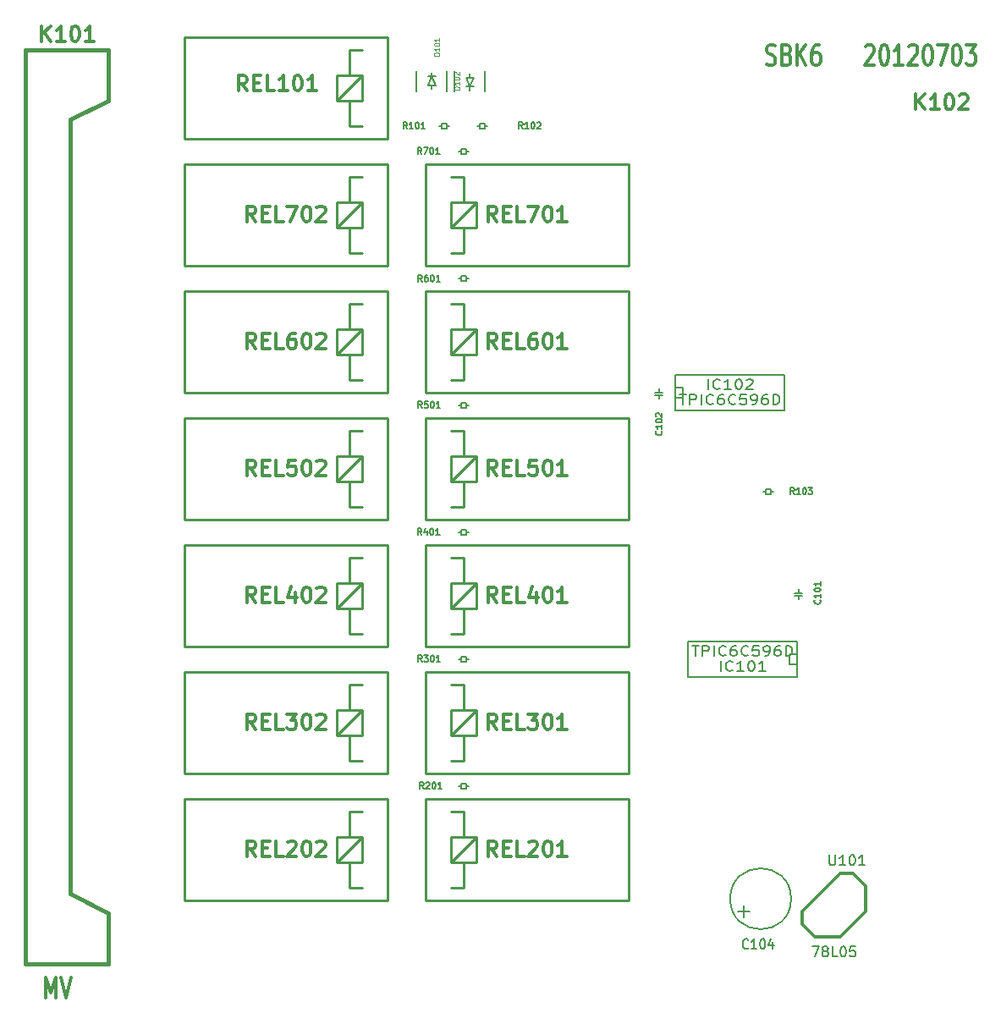
<source format=gto>
G04 #@! TF.GenerationSoftware,KiCad,Pcbnew,(5.1.5)-3*
G04 #@! TF.CreationDate,2021-08-30T19:44:14+02:00*
G04 #@! TF.ProjectId,sbk6,73626b36-2e6b-4696-9361-645f70636258,0426 -*
G04 #@! TF.SameCoordinates,Original*
G04 #@! TF.FileFunction,Legend,Top*
G04 #@! TF.FilePolarity,Positive*
%FSLAX46Y46*%
G04 Gerber Fmt 4.6, Leading zero omitted, Abs format (unit mm)*
G04 Created by KiCad (PCBNEW (5.1.5)-3) date 2021-08-30 19:44:14*
%MOMM*%
%LPD*%
G04 APERTURE LIST*
%ADD10C,0.304800*%
%ADD11C,0.127000*%
%ADD12C,0.203200*%
%ADD13C,0.381000*%
%ADD14C,0.254000*%
%ADD15C,0.119380*%
G04 APERTURE END LIST*
D10*
X68688857Y-150779238D02*
X68688857Y-148747238D01*
X69196857Y-150198666D01*
X69704857Y-148747238D01*
X69704857Y-150779238D01*
X70212857Y-148747238D02*
X70720857Y-150779238D01*
X71228857Y-148747238D01*
X150694571Y-55595761D02*
X150767142Y-55499000D01*
X150912285Y-55402238D01*
X151275142Y-55402238D01*
X151420285Y-55499000D01*
X151492857Y-55595761D01*
X151565428Y-55789285D01*
X151565428Y-55982809D01*
X151492857Y-56273095D01*
X150622000Y-57434238D01*
X151565428Y-57434238D01*
X152508857Y-55402238D02*
X152654000Y-55402238D01*
X152799142Y-55499000D01*
X152871714Y-55595761D01*
X152944285Y-55789285D01*
X153016857Y-56176333D01*
X153016857Y-56660142D01*
X152944285Y-57047190D01*
X152871714Y-57240714D01*
X152799142Y-57337476D01*
X152654000Y-57434238D01*
X152508857Y-57434238D01*
X152363714Y-57337476D01*
X152291142Y-57240714D01*
X152218571Y-57047190D01*
X152146000Y-56660142D01*
X152146000Y-56176333D01*
X152218571Y-55789285D01*
X152291142Y-55595761D01*
X152363714Y-55499000D01*
X152508857Y-55402238D01*
X154468285Y-57434238D02*
X153597428Y-57434238D01*
X154032857Y-57434238D02*
X154032857Y-55402238D01*
X153887714Y-55692523D01*
X153742571Y-55886047D01*
X153597428Y-55982809D01*
X155048857Y-55595761D02*
X155121428Y-55499000D01*
X155266571Y-55402238D01*
X155629428Y-55402238D01*
X155774571Y-55499000D01*
X155847142Y-55595761D01*
X155919714Y-55789285D01*
X155919714Y-55982809D01*
X155847142Y-56273095D01*
X154976285Y-57434238D01*
X155919714Y-57434238D01*
X156863142Y-55402238D02*
X157008285Y-55402238D01*
X157153428Y-55499000D01*
X157226000Y-55595761D01*
X157298571Y-55789285D01*
X157371142Y-56176333D01*
X157371142Y-56660142D01*
X157298571Y-57047190D01*
X157226000Y-57240714D01*
X157153428Y-57337476D01*
X157008285Y-57434238D01*
X156863142Y-57434238D01*
X156718000Y-57337476D01*
X156645428Y-57240714D01*
X156572857Y-57047190D01*
X156500285Y-56660142D01*
X156500285Y-56176333D01*
X156572857Y-55789285D01*
X156645428Y-55595761D01*
X156718000Y-55499000D01*
X156863142Y-55402238D01*
X157879142Y-55402238D02*
X158895142Y-55402238D01*
X158242000Y-57434238D01*
X159766000Y-55402238D02*
X159911142Y-55402238D01*
X160056285Y-55499000D01*
X160128857Y-55595761D01*
X160201428Y-55789285D01*
X160274000Y-56176333D01*
X160274000Y-56660142D01*
X160201428Y-57047190D01*
X160128857Y-57240714D01*
X160056285Y-57337476D01*
X159911142Y-57434238D01*
X159766000Y-57434238D01*
X159620857Y-57337476D01*
X159548285Y-57240714D01*
X159475714Y-57047190D01*
X159403142Y-56660142D01*
X159403142Y-56176333D01*
X159475714Y-55789285D01*
X159548285Y-55595761D01*
X159620857Y-55499000D01*
X159766000Y-55402238D01*
X160782000Y-55402238D02*
X161725428Y-55402238D01*
X161217428Y-56176333D01*
X161435142Y-56176333D01*
X161580285Y-56273095D01*
X161652857Y-56369857D01*
X161725428Y-56563380D01*
X161725428Y-57047190D01*
X161652857Y-57240714D01*
X161580285Y-57337476D01*
X161435142Y-57434238D01*
X160999714Y-57434238D01*
X160854571Y-57337476D01*
X160782000Y-57240714D01*
X140824857Y-57337476D02*
X141042571Y-57434238D01*
X141405428Y-57434238D01*
X141550571Y-57337476D01*
X141623142Y-57240714D01*
X141695714Y-57047190D01*
X141695714Y-56853666D01*
X141623142Y-56660142D01*
X141550571Y-56563380D01*
X141405428Y-56466619D01*
X141115142Y-56369857D01*
X140970000Y-56273095D01*
X140897428Y-56176333D01*
X140824857Y-55982809D01*
X140824857Y-55789285D01*
X140897428Y-55595761D01*
X140970000Y-55499000D01*
X141115142Y-55402238D01*
X141478000Y-55402238D01*
X141695714Y-55499000D01*
X142856857Y-56369857D02*
X143074571Y-56466619D01*
X143147142Y-56563380D01*
X143219714Y-56756904D01*
X143219714Y-57047190D01*
X143147142Y-57240714D01*
X143074571Y-57337476D01*
X142929428Y-57434238D01*
X142348857Y-57434238D01*
X142348857Y-55402238D01*
X142856857Y-55402238D01*
X143002000Y-55499000D01*
X143074571Y-55595761D01*
X143147142Y-55789285D01*
X143147142Y-55982809D01*
X143074571Y-56176333D01*
X143002000Y-56273095D01*
X142856857Y-56369857D01*
X142348857Y-56369857D01*
X143872857Y-57434238D02*
X143872857Y-55402238D01*
X144743714Y-57434238D02*
X144090571Y-56273095D01*
X144743714Y-55402238D02*
X143872857Y-56563380D01*
X146050000Y-55402238D02*
X145759714Y-55402238D01*
X145614571Y-55499000D01*
X145542000Y-55595761D01*
X145396857Y-55886047D01*
X145324285Y-56273095D01*
X145324285Y-57047190D01*
X145396857Y-57240714D01*
X145469428Y-57337476D01*
X145614571Y-57434238D01*
X145904857Y-57434238D01*
X146050000Y-57337476D01*
X146122571Y-57240714D01*
X146195142Y-57047190D01*
X146195142Y-56563380D01*
X146122571Y-56369857D01*
X146050000Y-56273095D01*
X145904857Y-56176333D01*
X145614571Y-56176333D01*
X145469428Y-56273095D01*
X145396857Y-56369857D01*
X145324285Y-56563380D01*
D11*
X144018000Y-110236000D02*
X144018000Y-109855000D01*
X143637000Y-110236000D02*
X144399000Y-110236000D01*
X144018000Y-110871000D02*
X144018000Y-110490000D01*
X144018000Y-110490000D02*
X143637000Y-110490000D01*
X143637000Y-110490000D02*
X144399000Y-110490000D01*
X129667000Y-90424000D02*
X130429000Y-90424000D01*
X130048000Y-90424000D02*
X129667000Y-90424000D01*
X130048000Y-90805000D02*
X130048000Y-90424000D01*
X129667000Y-90170000D02*
X130429000Y-90170000D01*
X130048000Y-90170000D02*
X130048000Y-89789000D01*
D12*
X143256000Y-140843000D02*
G75*
G03X143256000Y-140843000I-3048000J0D01*
G01*
D11*
X108839000Y-58039000D02*
X108839000Y-60071000D01*
X105791000Y-58039000D02*
X105791000Y-60071000D01*
X106934000Y-59436000D02*
X107315000Y-58547000D01*
X107315000Y-58547000D02*
X107696000Y-59436000D01*
X107315000Y-59436000D02*
X107315000Y-59817000D01*
X107696000Y-59436000D02*
X106934000Y-59436000D01*
X107315000Y-58166000D02*
X107315000Y-58547000D01*
X107696000Y-58547000D02*
X106934000Y-58547000D01*
X110744000Y-59563000D02*
X111506000Y-59563000D01*
X111125000Y-59944000D02*
X111125000Y-59563000D01*
X110744000Y-58674000D02*
X111506000Y-58674000D01*
X111125000Y-58674000D02*
X111125000Y-58293000D01*
X111125000Y-59563000D02*
X110744000Y-58674000D01*
X111506000Y-58674000D02*
X111125000Y-59563000D01*
X112649000Y-60071000D02*
X112649000Y-58039000D01*
X109601000Y-60071000D02*
X109601000Y-58039000D01*
D12*
X143129000Y-116332000D02*
X143891000Y-116332000D01*
X143129000Y-117348000D02*
X143129000Y-116332000D01*
X143891000Y-117348000D02*
X143129000Y-117348000D01*
X143891000Y-115062000D02*
X143891000Y-118618000D01*
X132969000Y-115062000D02*
X143891000Y-115062000D01*
X132969000Y-118618000D02*
X132969000Y-115062000D01*
X143891000Y-118618000D02*
X132969000Y-118618000D01*
X131699000Y-88392000D02*
X142621000Y-88392000D01*
X142621000Y-88392000D02*
X142621000Y-91948000D01*
X142621000Y-91948000D02*
X131699000Y-91948000D01*
X131699000Y-91948000D02*
X131699000Y-88392000D01*
X131699000Y-89662000D02*
X132461000Y-89662000D01*
X132461000Y-89662000D02*
X132461000Y-90678000D01*
X132461000Y-90678000D02*
X131699000Y-90678000D01*
D13*
X66675000Y-55880000D02*
X66675000Y-147320000D01*
X66675000Y-147320000D02*
X74930000Y-147320000D01*
X74930000Y-147320000D02*
X74930000Y-142240000D01*
X74930000Y-142240000D02*
X71120000Y-140335000D01*
X71120000Y-140335000D02*
X71120000Y-62865000D01*
X71120000Y-62865000D02*
X74930000Y-60960000D01*
X74930000Y-60960000D02*
X74930000Y-55880000D01*
X74930000Y-55880000D02*
X66675000Y-55880000D01*
D11*
X108331000Y-63500000D02*
X108077000Y-63500000D01*
X109093000Y-63500000D02*
X108839000Y-63500000D01*
X108839000Y-63754000D02*
X108839000Y-63373000D01*
X108839000Y-63373000D02*
X108839000Y-63246000D01*
X108839000Y-63246000D02*
X108331000Y-63246000D01*
X108331000Y-63246000D02*
X108331000Y-63754000D01*
X108331000Y-63754000D02*
X108839000Y-63754000D01*
X112649000Y-63246000D02*
X112141000Y-63246000D01*
X112649000Y-63754000D02*
X112649000Y-63246000D01*
X112141000Y-63754000D02*
X112649000Y-63754000D01*
X112141000Y-63627000D02*
X112141000Y-63754000D01*
X112141000Y-63246000D02*
X112141000Y-63627000D01*
X111887000Y-63500000D02*
X112141000Y-63500000D01*
X112649000Y-63500000D02*
X112903000Y-63500000D01*
X141224000Y-99822000D02*
X140716000Y-99822000D01*
X141224000Y-100330000D02*
X141224000Y-99822000D01*
X140716000Y-100330000D02*
X141224000Y-100330000D01*
X140716000Y-100203000D02*
X140716000Y-100330000D01*
X140716000Y-99822000D02*
X140716000Y-100203000D01*
X140462000Y-100076000D02*
X140716000Y-100076000D01*
X141224000Y-100076000D02*
X141478000Y-100076000D01*
X110744000Y-129286000D02*
X110236000Y-129286000D01*
X110744000Y-129794000D02*
X110744000Y-129286000D01*
X110236000Y-129794000D02*
X110744000Y-129794000D01*
X110236000Y-129667000D02*
X110236000Y-129794000D01*
X110236000Y-129286000D02*
X110236000Y-129667000D01*
X109982000Y-129540000D02*
X110236000Y-129540000D01*
X110744000Y-129540000D02*
X110998000Y-129540000D01*
X110744000Y-116840000D02*
X110998000Y-116840000D01*
X109982000Y-116840000D02*
X110236000Y-116840000D01*
X110236000Y-116586000D02*
X110236000Y-116967000D01*
X110236000Y-116967000D02*
X110236000Y-117094000D01*
X110236000Y-117094000D02*
X110744000Y-117094000D01*
X110744000Y-117094000D02*
X110744000Y-116586000D01*
X110744000Y-116586000D02*
X110236000Y-116586000D01*
X110744000Y-104140000D02*
X110998000Y-104140000D01*
X109982000Y-104140000D02*
X110236000Y-104140000D01*
X110236000Y-103886000D02*
X110236000Y-104267000D01*
X110236000Y-104267000D02*
X110236000Y-104394000D01*
X110236000Y-104394000D02*
X110744000Y-104394000D01*
X110744000Y-104394000D02*
X110744000Y-103886000D01*
X110744000Y-103886000D02*
X110236000Y-103886000D01*
X110744000Y-91440000D02*
X110998000Y-91440000D01*
X109982000Y-91440000D02*
X110236000Y-91440000D01*
X110236000Y-91186000D02*
X110236000Y-91567000D01*
X110236000Y-91567000D02*
X110236000Y-91694000D01*
X110236000Y-91694000D02*
X110744000Y-91694000D01*
X110744000Y-91694000D02*
X110744000Y-91186000D01*
X110744000Y-91186000D02*
X110236000Y-91186000D01*
X110744000Y-78486000D02*
X110236000Y-78486000D01*
X110744000Y-78994000D02*
X110744000Y-78486000D01*
X110236000Y-78994000D02*
X110744000Y-78994000D01*
X110236000Y-78867000D02*
X110236000Y-78994000D01*
X110236000Y-78486000D02*
X110236000Y-78867000D01*
X109982000Y-78740000D02*
X110236000Y-78740000D01*
X110744000Y-78740000D02*
X110998000Y-78740000D01*
X110744000Y-66040000D02*
X110998000Y-66040000D01*
X109982000Y-66040000D02*
X110236000Y-66040000D01*
X110236000Y-65786000D02*
X110236000Y-66167000D01*
X110236000Y-66167000D02*
X110236000Y-66294000D01*
X110236000Y-66294000D02*
X110744000Y-66294000D01*
X110744000Y-66294000D02*
X110744000Y-65786000D01*
X110744000Y-65786000D02*
X110236000Y-65786000D01*
D14*
X102870000Y-64770000D02*
X102870000Y-54610000D01*
X102870000Y-54610000D02*
X82550000Y-54610000D01*
X82550000Y-54610000D02*
X82550000Y-64770000D01*
X82550000Y-64770000D02*
X102870000Y-64770000D01*
X100330000Y-58420000D02*
X97790000Y-60960000D01*
X99060000Y-58420000D02*
X99060000Y-55880000D01*
X99060000Y-55880000D02*
X100330000Y-55880000D01*
X100330000Y-63500000D02*
X99060000Y-63500000D01*
X99060000Y-63500000D02*
X99060000Y-62230000D01*
X99060000Y-62230000D02*
X99060000Y-60960000D01*
X99060000Y-60960000D02*
X100330000Y-60960000D01*
X100330000Y-60960000D02*
X100330000Y-58420000D01*
X100330000Y-58420000D02*
X97790000Y-58420000D01*
X97790000Y-58420000D02*
X97790000Y-60960000D01*
X97790000Y-60960000D02*
X99060000Y-60960000D01*
X111760000Y-134620000D02*
X110490000Y-134620000D01*
X111760000Y-137160000D02*
X111760000Y-134620000D01*
X109220000Y-137160000D02*
X111760000Y-137160000D01*
X109220000Y-134620000D02*
X109220000Y-137160000D01*
X110490000Y-134620000D02*
X109220000Y-134620000D01*
X110490000Y-133350000D02*
X110490000Y-134620000D01*
X110490000Y-132080000D02*
X110490000Y-133350000D01*
X109220000Y-132080000D02*
X110490000Y-132080000D01*
X110490000Y-139700000D02*
X109220000Y-139700000D01*
X110490000Y-137160000D02*
X110490000Y-139700000D01*
X109220000Y-137160000D02*
X111760000Y-134620000D01*
X127000000Y-130810000D02*
X106680000Y-130810000D01*
X127000000Y-140970000D02*
X127000000Y-130810000D01*
X106680000Y-140970000D02*
X127000000Y-140970000D01*
X106680000Y-130810000D02*
X106680000Y-140970000D01*
X102870000Y-140970000D02*
X102870000Y-130810000D01*
X102870000Y-130810000D02*
X82550000Y-130810000D01*
X82550000Y-130810000D02*
X82550000Y-140970000D01*
X82550000Y-140970000D02*
X102870000Y-140970000D01*
X100330000Y-134620000D02*
X97790000Y-137160000D01*
X99060000Y-134620000D02*
X99060000Y-132080000D01*
X99060000Y-132080000D02*
X100330000Y-132080000D01*
X100330000Y-139700000D02*
X99060000Y-139700000D01*
X99060000Y-139700000D02*
X99060000Y-138430000D01*
X99060000Y-138430000D02*
X99060000Y-137160000D01*
X99060000Y-137160000D02*
X100330000Y-137160000D01*
X100330000Y-137160000D02*
X100330000Y-134620000D01*
X100330000Y-134620000D02*
X97790000Y-134620000D01*
X97790000Y-134620000D02*
X97790000Y-137160000D01*
X97790000Y-137160000D02*
X99060000Y-137160000D01*
X111760000Y-121920000D02*
X110490000Y-121920000D01*
X111760000Y-124460000D02*
X111760000Y-121920000D01*
X109220000Y-124460000D02*
X111760000Y-124460000D01*
X109220000Y-121920000D02*
X109220000Y-124460000D01*
X110490000Y-121920000D02*
X109220000Y-121920000D01*
X110490000Y-120650000D02*
X110490000Y-121920000D01*
X110490000Y-119380000D02*
X110490000Y-120650000D01*
X109220000Y-119380000D02*
X110490000Y-119380000D01*
X110490000Y-127000000D02*
X109220000Y-127000000D01*
X110490000Y-124460000D02*
X110490000Y-127000000D01*
X109220000Y-124460000D02*
X111760000Y-121920000D01*
X127000000Y-118110000D02*
X106680000Y-118110000D01*
X127000000Y-128270000D02*
X127000000Y-118110000D01*
X106680000Y-128270000D02*
X127000000Y-128270000D01*
X106680000Y-118110000D02*
X106680000Y-128270000D01*
X102870000Y-128270000D02*
X102870000Y-118110000D01*
X102870000Y-118110000D02*
X82550000Y-118110000D01*
X82550000Y-118110000D02*
X82550000Y-128270000D01*
X82550000Y-128270000D02*
X102870000Y-128270000D01*
X100330000Y-121920000D02*
X97790000Y-124460000D01*
X99060000Y-121920000D02*
X99060000Y-119380000D01*
X99060000Y-119380000D02*
X100330000Y-119380000D01*
X100330000Y-127000000D02*
X99060000Y-127000000D01*
X99060000Y-127000000D02*
X99060000Y-125730000D01*
X99060000Y-125730000D02*
X99060000Y-124460000D01*
X99060000Y-124460000D02*
X100330000Y-124460000D01*
X100330000Y-124460000D02*
X100330000Y-121920000D01*
X100330000Y-121920000D02*
X97790000Y-121920000D01*
X97790000Y-121920000D02*
X97790000Y-124460000D01*
X97790000Y-124460000D02*
X99060000Y-124460000D01*
X111760000Y-109220000D02*
X110490000Y-109220000D01*
X111760000Y-111760000D02*
X111760000Y-109220000D01*
X109220000Y-111760000D02*
X111760000Y-111760000D01*
X109220000Y-109220000D02*
X109220000Y-111760000D01*
X110490000Y-109220000D02*
X109220000Y-109220000D01*
X110490000Y-107950000D02*
X110490000Y-109220000D01*
X110490000Y-106680000D02*
X110490000Y-107950000D01*
X109220000Y-106680000D02*
X110490000Y-106680000D01*
X110490000Y-114300000D02*
X109220000Y-114300000D01*
X110490000Y-111760000D02*
X110490000Y-114300000D01*
X109220000Y-111760000D02*
X111760000Y-109220000D01*
X127000000Y-105410000D02*
X106680000Y-105410000D01*
X127000000Y-115570000D02*
X127000000Y-105410000D01*
X106680000Y-115570000D02*
X127000000Y-115570000D01*
X106680000Y-105410000D02*
X106680000Y-115570000D01*
X102870000Y-115570000D02*
X102870000Y-105410000D01*
X102870000Y-105410000D02*
X82550000Y-105410000D01*
X82550000Y-105410000D02*
X82550000Y-115570000D01*
X82550000Y-115570000D02*
X102870000Y-115570000D01*
X100330000Y-109220000D02*
X97790000Y-111760000D01*
X99060000Y-109220000D02*
X99060000Y-106680000D01*
X99060000Y-106680000D02*
X100330000Y-106680000D01*
X100330000Y-114300000D02*
X99060000Y-114300000D01*
X99060000Y-114300000D02*
X99060000Y-113030000D01*
X99060000Y-113030000D02*
X99060000Y-111760000D01*
X99060000Y-111760000D02*
X100330000Y-111760000D01*
X100330000Y-111760000D02*
X100330000Y-109220000D01*
X100330000Y-109220000D02*
X97790000Y-109220000D01*
X97790000Y-109220000D02*
X97790000Y-111760000D01*
X97790000Y-111760000D02*
X99060000Y-111760000D01*
X111760000Y-96520000D02*
X110490000Y-96520000D01*
X111760000Y-99060000D02*
X111760000Y-96520000D01*
X109220000Y-99060000D02*
X111760000Y-99060000D01*
X109220000Y-96520000D02*
X109220000Y-99060000D01*
X110490000Y-96520000D02*
X109220000Y-96520000D01*
X110490000Y-95250000D02*
X110490000Y-96520000D01*
X110490000Y-93980000D02*
X110490000Y-95250000D01*
X109220000Y-93980000D02*
X110490000Y-93980000D01*
X110490000Y-101600000D02*
X109220000Y-101600000D01*
X110490000Y-99060000D02*
X110490000Y-101600000D01*
X109220000Y-99060000D02*
X111760000Y-96520000D01*
X127000000Y-92710000D02*
X106680000Y-92710000D01*
X127000000Y-102870000D02*
X127000000Y-92710000D01*
X106680000Y-102870000D02*
X127000000Y-102870000D01*
X106680000Y-92710000D02*
X106680000Y-102870000D01*
X102870000Y-102870000D02*
X102870000Y-92710000D01*
X102870000Y-92710000D02*
X82550000Y-92710000D01*
X82550000Y-92710000D02*
X82550000Y-102870000D01*
X82550000Y-102870000D02*
X102870000Y-102870000D01*
X100330000Y-96520000D02*
X97790000Y-99060000D01*
X99060000Y-96520000D02*
X99060000Y-93980000D01*
X99060000Y-93980000D02*
X100330000Y-93980000D01*
X100330000Y-101600000D02*
X99060000Y-101600000D01*
X99060000Y-101600000D02*
X99060000Y-100330000D01*
X99060000Y-100330000D02*
X99060000Y-99060000D01*
X99060000Y-99060000D02*
X100330000Y-99060000D01*
X100330000Y-99060000D02*
X100330000Y-96520000D01*
X100330000Y-96520000D02*
X97790000Y-96520000D01*
X97790000Y-96520000D02*
X97790000Y-99060000D01*
X97790000Y-99060000D02*
X99060000Y-99060000D01*
X111760000Y-83820000D02*
X110490000Y-83820000D01*
X111760000Y-86360000D02*
X111760000Y-83820000D01*
X109220000Y-86360000D02*
X111760000Y-86360000D01*
X109220000Y-83820000D02*
X109220000Y-86360000D01*
X110490000Y-83820000D02*
X109220000Y-83820000D01*
X110490000Y-82550000D02*
X110490000Y-83820000D01*
X110490000Y-81280000D02*
X110490000Y-82550000D01*
X109220000Y-81280000D02*
X110490000Y-81280000D01*
X110490000Y-88900000D02*
X109220000Y-88900000D01*
X110490000Y-86360000D02*
X110490000Y-88900000D01*
X109220000Y-86360000D02*
X111760000Y-83820000D01*
X127000000Y-80010000D02*
X106680000Y-80010000D01*
X127000000Y-90170000D02*
X127000000Y-80010000D01*
X106680000Y-90170000D02*
X127000000Y-90170000D01*
X106680000Y-80010000D02*
X106680000Y-90170000D01*
X102870000Y-90170000D02*
X102870000Y-80010000D01*
X102870000Y-80010000D02*
X82550000Y-80010000D01*
X82550000Y-80010000D02*
X82550000Y-90170000D01*
X82550000Y-90170000D02*
X102870000Y-90170000D01*
X100330000Y-83820000D02*
X97790000Y-86360000D01*
X99060000Y-83820000D02*
X99060000Y-81280000D01*
X99060000Y-81280000D02*
X100330000Y-81280000D01*
X100330000Y-88900000D02*
X99060000Y-88900000D01*
X99060000Y-88900000D02*
X99060000Y-87630000D01*
X99060000Y-87630000D02*
X99060000Y-86360000D01*
X99060000Y-86360000D02*
X100330000Y-86360000D01*
X100330000Y-86360000D02*
X100330000Y-83820000D01*
X100330000Y-83820000D02*
X97790000Y-83820000D01*
X97790000Y-83820000D02*
X97790000Y-86360000D01*
X97790000Y-86360000D02*
X99060000Y-86360000D01*
X111760000Y-71120000D02*
X110490000Y-71120000D01*
X111760000Y-73660000D02*
X111760000Y-71120000D01*
X109220000Y-73660000D02*
X111760000Y-73660000D01*
X109220000Y-71120000D02*
X109220000Y-73660000D01*
X110490000Y-71120000D02*
X109220000Y-71120000D01*
X110490000Y-69850000D02*
X110490000Y-71120000D01*
X110490000Y-68580000D02*
X110490000Y-69850000D01*
X109220000Y-68580000D02*
X110490000Y-68580000D01*
X110490000Y-76200000D02*
X109220000Y-76200000D01*
X110490000Y-73660000D02*
X110490000Y-76200000D01*
X109220000Y-73660000D02*
X111760000Y-71120000D01*
X127000000Y-67310000D02*
X106680000Y-67310000D01*
X127000000Y-77470000D02*
X127000000Y-67310000D01*
X106680000Y-77470000D02*
X127000000Y-77470000D01*
X106680000Y-67310000D02*
X106680000Y-77470000D01*
X102870000Y-77470000D02*
X102870000Y-67310000D01*
X102870000Y-67310000D02*
X82550000Y-67310000D01*
X82550000Y-67310000D02*
X82550000Y-77470000D01*
X82550000Y-77470000D02*
X102870000Y-77470000D01*
X100330000Y-71120000D02*
X97790000Y-73660000D01*
X99060000Y-71120000D02*
X99060000Y-68580000D01*
X99060000Y-68580000D02*
X100330000Y-68580000D01*
X100330000Y-76200000D02*
X99060000Y-76200000D01*
X99060000Y-76200000D02*
X99060000Y-74930000D01*
X99060000Y-74930000D02*
X99060000Y-73660000D01*
X99060000Y-73660000D02*
X100330000Y-73660000D01*
X100330000Y-73660000D02*
X100330000Y-71120000D01*
X100330000Y-71120000D02*
X97790000Y-71120000D01*
X97790000Y-71120000D02*
X97790000Y-73660000D01*
X97790000Y-73660000D02*
X99060000Y-73660000D01*
D10*
X148209000Y-138303000D02*
X144399000Y-142113000D01*
X144399000Y-142113000D02*
X144399000Y-143383000D01*
X144399000Y-143383000D02*
X145669000Y-144653000D01*
X145669000Y-144653000D02*
X148209000Y-144653000D01*
X148209000Y-144653000D02*
X150749000Y-142113000D01*
X150749000Y-142113000D02*
X150749000Y-139573000D01*
X150749000Y-139573000D02*
X149479000Y-138303000D01*
X149479000Y-138303000D02*
X148209000Y-138303000D01*
D11*
X146149785Y-110946595D02*
X146180023Y-110976833D01*
X146210261Y-111067547D01*
X146210261Y-111128023D01*
X146180023Y-111218738D01*
X146119547Y-111279214D01*
X146059071Y-111309452D01*
X145938119Y-111339690D01*
X145847404Y-111339690D01*
X145726452Y-111309452D01*
X145665976Y-111279214D01*
X145605500Y-111218738D01*
X145575261Y-111128023D01*
X145575261Y-111067547D01*
X145605500Y-110976833D01*
X145635738Y-110946595D01*
X146210261Y-110341833D02*
X146210261Y-110704690D01*
X146210261Y-110523261D02*
X145575261Y-110523261D01*
X145665976Y-110583738D01*
X145726452Y-110644214D01*
X145756690Y-110704690D01*
X145575261Y-109948738D02*
X145575261Y-109888261D01*
X145605500Y-109827785D01*
X145635738Y-109797547D01*
X145696214Y-109767309D01*
X145817166Y-109737071D01*
X145968357Y-109737071D01*
X146089309Y-109767309D01*
X146149785Y-109797547D01*
X146180023Y-109827785D01*
X146210261Y-109888261D01*
X146210261Y-109948738D01*
X146180023Y-110009214D01*
X146149785Y-110039452D01*
X146089309Y-110069690D01*
X145968357Y-110099928D01*
X145817166Y-110099928D01*
X145696214Y-110069690D01*
X145635738Y-110039452D01*
X145605500Y-110009214D01*
X145575261Y-109948738D01*
X146210261Y-109132309D02*
X146210261Y-109495166D01*
X146210261Y-109313738D02*
X145575261Y-109313738D01*
X145665976Y-109374214D01*
X145726452Y-109434690D01*
X145756690Y-109495166D01*
X130274785Y-94055595D02*
X130305023Y-94085833D01*
X130335261Y-94176547D01*
X130335261Y-94237023D01*
X130305023Y-94327738D01*
X130244547Y-94388214D01*
X130184071Y-94418452D01*
X130063119Y-94448690D01*
X129972404Y-94448690D01*
X129851452Y-94418452D01*
X129790976Y-94388214D01*
X129730500Y-94327738D01*
X129700261Y-94237023D01*
X129700261Y-94176547D01*
X129730500Y-94085833D01*
X129760738Y-94055595D01*
X130335261Y-93450833D02*
X130335261Y-93813690D01*
X130335261Y-93632261D02*
X129700261Y-93632261D01*
X129790976Y-93692738D01*
X129851452Y-93753214D01*
X129881690Y-93813690D01*
X129700261Y-93057738D02*
X129700261Y-92997261D01*
X129730500Y-92936785D01*
X129760738Y-92906547D01*
X129821214Y-92876309D01*
X129942166Y-92846071D01*
X130093357Y-92846071D01*
X130214309Y-92876309D01*
X130274785Y-92906547D01*
X130305023Y-92936785D01*
X130335261Y-92997261D01*
X130335261Y-93057738D01*
X130305023Y-93118214D01*
X130274785Y-93148452D01*
X130214309Y-93178690D01*
X130093357Y-93208928D01*
X129942166Y-93208928D01*
X129821214Y-93178690D01*
X129760738Y-93148452D01*
X129730500Y-93118214D01*
X129700261Y-93057738D01*
X129760738Y-92604166D02*
X129730500Y-92573928D01*
X129700261Y-92513452D01*
X129700261Y-92362261D01*
X129730500Y-92301785D01*
X129760738Y-92271547D01*
X129821214Y-92241309D01*
X129881690Y-92241309D01*
X129972404Y-92271547D01*
X130335261Y-92634404D01*
X130335261Y-92241309D01*
D12*
X138959166Y-145777857D02*
X138916833Y-145826238D01*
X138789833Y-145874619D01*
X138705166Y-145874619D01*
X138578166Y-145826238D01*
X138493500Y-145729476D01*
X138451166Y-145632714D01*
X138408833Y-145439190D01*
X138408833Y-145294047D01*
X138451166Y-145100523D01*
X138493500Y-145003761D01*
X138578166Y-144907000D01*
X138705166Y-144858619D01*
X138789833Y-144858619D01*
X138916833Y-144907000D01*
X138959166Y-144955380D01*
X139805833Y-145874619D02*
X139297833Y-145874619D01*
X139551833Y-145874619D02*
X139551833Y-144858619D01*
X139467166Y-145003761D01*
X139382500Y-145100523D01*
X139297833Y-145148904D01*
X140356166Y-144858619D02*
X140440833Y-144858619D01*
X140525500Y-144907000D01*
X140567833Y-144955380D01*
X140610166Y-145052142D01*
X140652500Y-145245666D01*
X140652500Y-145487571D01*
X140610166Y-145681095D01*
X140567833Y-145777857D01*
X140525500Y-145826238D01*
X140440833Y-145874619D01*
X140356166Y-145874619D01*
X140271500Y-145826238D01*
X140229166Y-145777857D01*
X140186833Y-145681095D01*
X140144500Y-145487571D01*
X140144500Y-145245666D01*
X140186833Y-145052142D01*
X140229166Y-144955380D01*
X140271500Y-144907000D01*
X140356166Y-144858619D01*
X141414500Y-145197285D02*
X141414500Y-145874619D01*
X141202833Y-144810238D02*
X140991166Y-145535952D01*
X141541500Y-145535952D01*
X138538857Y-142693571D02*
X138538857Y-141532428D01*
X139119428Y-142113000D02*
X137958285Y-142113000D01*
D15*
X108049362Y-56471880D02*
X107548982Y-56471880D01*
X107548982Y-56352742D01*
X107572810Y-56281259D01*
X107620465Y-56233604D01*
X107668120Y-56209776D01*
X107763430Y-56185949D01*
X107834913Y-56185949D01*
X107930224Y-56209776D01*
X107977879Y-56233604D01*
X108025534Y-56281259D01*
X108049362Y-56352742D01*
X108049362Y-56471880D01*
X108049362Y-55709396D02*
X108049362Y-55995328D01*
X108049362Y-55852362D02*
X107548982Y-55852362D01*
X107620465Y-55900017D01*
X107668120Y-55947672D01*
X107691948Y-55995328D01*
X107548982Y-55399637D02*
X107548982Y-55351982D01*
X107572810Y-55304327D01*
X107596637Y-55280499D01*
X107644292Y-55256671D01*
X107739603Y-55232844D01*
X107858741Y-55232844D01*
X107954051Y-55256671D01*
X108001707Y-55280499D01*
X108025534Y-55304327D01*
X108049362Y-55351982D01*
X108049362Y-55399637D01*
X108025534Y-55447292D01*
X108001707Y-55471120D01*
X107954051Y-55494948D01*
X107858741Y-55518775D01*
X107739603Y-55518775D01*
X107644292Y-55494948D01*
X107596637Y-55471120D01*
X107572810Y-55447292D01*
X107548982Y-55399637D01*
X108049362Y-54756291D02*
X108049362Y-55042223D01*
X108049362Y-54899257D02*
X107548982Y-54899257D01*
X107620465Y-54946912D01*
X107668120Y-54994568D01*
X107691948Y-55042223D01*
X110055962Y-59875480D02*
X109555582Y-59875480D01*
X109555582Y-59756342D01*
X109579410Y-59684859D01*
X109627065Y-59637204D01*
X109674720Y-59613376D01*
X109770030Y-59589549D01*
X109841513Y-59589549D01*
X109936824Y-59613376D01*
X109984479Y-59637204D01*
X110032134Y-59684859D01*
X110055962Y-59756342D01*
X110055962Y-59875480D01*
X110055962Y-59112996D02*
X110055962Y-59398928D01*
X110055962Y-59255962D02*
X109555582Y-59255962D01*
X109627065Y-59303617D01*
X109674720Y-59351272D01*
X109698548Y-59398928D01*
X109555582Y-58803237D02*
X109555582Y-58755582D01*
X109579410Y-58707927D01*
X109603237Y-58684099D01*
X109650892Y-58660271D01*
X109746203Y-58636444D01*
X109865341Y-58636444D01*
X109960651Y-58660271D01*
X110008307Y-58684099D01*
X110032134Y-58707927D01*
X110055962Y-58755582D01*
X110055962Y-58803237D01*
X110032134Y-58850892D01*
X110008307Y-58874720D01*
X109960651Y-58898548D01*
X109865341Y-58922375D01*
X109746203Y-58922375D01*
X109650892Y-58898548D01*
X109603237Y-58874720D01*
X109579410Y-58850892D01*
X109555582Y-58803237D01*
X109603237Y-58445823D02*
X109579410Y-58421995D01*
X109555582Y-58374340D01*
X109555582Y-58255202D01*
X109579410Y-58207547D01*
X109603237Y-58183719D01*
X109650892Y-58159891D01*
X109698548Y-58159891D01*
X109770030Y-58183719D01*
X110055962Y-58469650D01*
X110055962Y-58159891D01*
D11*
X136225642Y-118061619D02*
X136225642Y-117045619D01*
X137423071Y-117964857D02*
X137368642Y-118013238D01*
X137205357Y-118061619D01*
X137096500Y-118061619D01*
X136933214Y-118013238D01*
X136824357Y-117916476D01*
X136769928Y-117819714D01*
X136715500Y-117626190D01*
X136715500Y-117481047D01*
X136769928Y-117287523D01*
X136824357Y-117190761D01*
X136933214Y-117094000D01*
X137096500Y-117045619D01*
X137205357Y-117045619D01*
X137368642Y-117094000D01*
X137423071Y-117142380D01*
X138511642Y-118061619D02*
X137858500Y-118061619D01*
X138185071Y-118061619D02*
X138185071Y-117045619D01*
X138076214Y-117190761D01*
X137967357Y-117287523D01*
X137858500Y-117335904D01*
X139219214Y-117045619D02*
X139328071Y-117045619D01*
X139436928Y-117094000D01*
X139491357Y-117142380D01*
X139545785Y-117239142D01*
X139600214Y-117432666D01*
X139600214Y-117674571D01*
X139545785Y-117868095D01*
X139491357Y-117964857D01*
X139436928Y-118013238D01*
X139328071Y-118061619D01*
X139219214Y-118061619D01*
X139110357Y-118013238D01*
X139055928Y-117964857D01*
X139001500Y-117868095D01*
X138947071Y-117674571D01*
X138947071Y-117432666D01*
X139001500Y-117239142D01*
X139055928Y-117142380D01*
X139110357Y-117094000D01*
X139219214Y-117045619D01*
X140688785Y-118061619D02*
X140035642Y-118061619D01*
X140362214Y-118061619D02*
X140362214Y-117045619D01*
X140253357Y-117190761D01*
X140144500Y-117287523D01*
X140035642Y-117335904D01*
X133368142Y-115521619D02*
X134021285Y-115521619D01*
X133694714Y-116537619D02*
X133694714Y-115521619D01*
X134402285Y-116537619D02*
X134402285Y-115521619D01*
X134837714Y-115521619D01*
X134946571Y-115570000D01*
X135001000Y-115618380D01*
X135055428Y-115715142D01*
X135055428Y-115860285D01*
X135001000Y-115957047D01*
X134946571Y-116005428D01*
X134837714Y-116053809D01*
X134402285Y-116053809D01*
X135545285Y-116537619D02*
X135545285Y-115521619D01*
X136742714Y-116440857D02*
X136688285Y-116489238D01*
X136525000Y-116537619D01*
X136416142Y-116537619D01*
X136252857Y-116489238D01*
X136144000Y-116392476D01*
X136089571Y-116295714D01*
X136035142Y-116102190D01*
X136035142Y-115957047D01*
X136089571Y-115763523D01*
X136144000Y-115666761D01*
X136252857Y-115570000D01*
X136416142Y-115521619D01*
X136525000Y-115521619D01*
X136688285Y-115570000D01*
X136742714Y-115618380D01*
X137722428Y-115521619D02*
X137504714Y-115521619D01*
X137395857Y-115570000D01*
X137341428Y-115618380D01*
X137232571Y-115763523D01*
X137178142Y-115957047D01*
X137178142Y-116344095D01*
X137232571Y-116440857D01*
X137287000Y-116489238D01*
X137395857Y-116537619D01*
X137613571Y-116537619D01*
X137722428Y-116489238D01*
X137776857Y-116440857D01*
X137831285Y-116344095D01*
X137831285Y-116102190D01*
X137776857Y-116005428D01*
X137722428Y-115957047D01*
X137613571Y-115908666D01*
X137395857Y-115908666D01*
X137287000Y-115957047D01*
X137232571Y-116005428D01*
X137178142Y-116102190D01*
X138974285Y-116440857D02*
X138919857Y-116489238D01*
X138756571Y-116537619D01*
X138647714Y-116537619D01*
X138484428Y-116489238D01*
X138375571Y-116392476D01*
X138321142Y-116295714D01*
X138266714Y-116102190D01*
X138266714Y-115957047D01*
X138321142Y-115763523D01*
X138375571Y-115666761D01*
X138484428Y-115570000D01*
X138647714Y-115521619D01*
X138756571Y-115521619D01*
X138919857Y-115570000D01*
X138974285Y-115618380D01*
X140008428Y-115521619D02*
X139464142Y-115521619D01*
X139409714Y-116005428D01*
X139464142Y-115957047D01*
X139573000Y-115908666D01*
X139845142Y-115908666D01*
X139954000Y-115957047D01*
X140008428Y-116005428D01*
X140062857Y-116102190D01*
X140062857Y-116344095D01*
X140008428Y-116440857D01*
X139954000Y-116489238D01*
X139845142Y-116537619D01*
X139573000Y-116537619D01*
X139464142Y-116489238D01*
X139409714Y-116440857D01*
X140607142Y-116537619D02*
X140824857Y-116537619D01*
X140933714Y-116489238D01*
X140988142Y-116440857D01*
X141097000Y-116295714D01*
X141151428Y-116102190D01*
X141151428Y-115715142D01*
X141097000Y-115618380D01*
X141042571Y-115570000D01*
X140933714Y-115521619D01*
X140716000Y-115521619D01*
X140607142Y-115570000D01*
X140552714Y-115618380D01*
X140498285Y-115715142D01*
X140498285Y-115957047D01*
X140552714Y-116053809D01*
X140607142Y-116102190D01*
X140716000Y-116150571D01*
X140933714Y-116150571D01*
X141042571Y-116102190D01*
X141097000Y-116053809D01*
X141151428Y-115957047D01*
X142131142Y-115521619D02*
X141913428Y-115521619D01*
X141804571Y-115570000D01*
X141750142Y-115618380D01*
X141641285Y-115763523D01*
X141586857Y-115957047D01*
X141586857Y-116344095D01*
X141641285Y-116440857D01*
X141695714Y-116489238D01*
X141804571Y-116537619D01*
X142022285Y-116537619D01*
X142131142Y-116489238D01*
X142185571Y-116440857D01*
X142240000Y-116344095D01*
X142240000Y-116102190D01*
X142185571Y-116005428D01*
X142131142Y-115957047D01*
X142022285Y-115908666D01*
X141804571Y-115908666D01*
X141695714Y-115957047D01*
X141641285Y-116005428D01*
X141586857Y-116102190D01*
X142729857Y-116537619D02*
X142729857Y-115521619D01*
X143002000Y-115521619D01*
X143165285Y-115570000D01*
X143274142Y-115666761D01*
X143328571Y-115763523D01*
X143383000Y-115957047D01*
X143383000Y-116102190D01*
X143328571Y-116295714D01*
X143274142Y-116392476D01*
X143165285Y-116489238D01*
X143002000Y-116537619D01*
X142729857Y-116537619D01*
X134955642Y-89867619D02*
X134955642Y-88851619D01*
X136153071Y-89770857D02*
X136098642Y-89819238D01*
X135935357Y-89867619D01*
X135826500Y-89867619D01*
X135663214Y-89819238D01*
X135554357Y-89722476D01*
X135499928Y-89625714D01*
X135445500Y-89432190D01*
X135445500Y-89287047D01*
X135499928Y-89093523D01*
X135554357Y-88996761D01*
X135663214Y-88900000D01*
X135826500Y-88851619D01*
X135935357Y-88851619D01*
X136098642Y-88900000D01*
X136153071Y-88948380D01*
X137241642Y-89867619D02*
X136588500Y-89867619D01*
X136915071Y-89867619D02*
X136915071Y-88851619D01*
X136806214Y-88996761D01*
X136697357Y-89093523D01*
X136588500Y-89141904D01*
X137949214Y-88851619D02*
X138058071Y-88851619D01*
X138166928Y-88900000D01*
X138221357Y-88948380D01*
X138275785Y-89045142D01*
X138330214Y-89238666D01*
X138330214Y-89480571D01*
X138275785Y-89674095D01*
X138221357Y-89770857D01*
X138166928Y-89819238D01*
X138058071Y-89867619D01*
X137949214Y-89867619D01*
X137840357Y-89819238D01*
X137785928Y-89770857D01*
X137731500Y-89674095D01*
X137677071Y-89480571D01*
X137677071Y-89238666D01*
X137731500Y-89045142D01*
X137785928Y-88948380D01*
X137840357Y-88900000D01*
X137949214Y-88851619D01*
X138765642Y-88948380D02*
X138820071Y-88900000D01*
X138928928Y-88851619D01*
X139201071Y-88851619D01*
X139309928Y-88900000D01*
X139364357Y-88948380D01*
X139418785Y-89045142D01*
X139418785Y-89141904D01*
X139364357Y-89287047D01*
X138711214Y-89867619D01*
X139418785Y-89867619D01*
X132098142Y-90375619D02*
X132751285Y-90375619D01*
X132424714Y-91391619D02*
X132424714Y-90375619D01*
X133132285Y-91391619D02*
X133132285Y-90375619D01*
X133567714Y-90375619D01*
X133676571Y-90424000D01*
X133731000Y-90472380D01*
X133785428Y-90569142D01*
X133785428Y-90714285D01*
X133731000Y-90811047D01*
X133676571Y-90859428D01*
X133567714Y-90907809D01*
X133132285Y-90907809D01*
X134275285Y-91391619D02*
X134275285Y-90375619D01*
X135472714Y-91294857D02*
X135418285Y-91343238D01*
X135255000Y-91391619D01*
X135146142Y-91391619D01*
X134982857Y-91343238D01*
X134874000Y-91246476D01*
X134819571Y-91149714D01*
X134765142Y-90956190D01*
X134765142Y-90811047D01*
X134819571Y-90617523D01*
X134874000Y-90520761D01*
X134982857Y-90424000D01*
X135146142Y-90375619D01*
X135255000Y-90375619D01*
X135418285Y-90424000D01*
X135472714Y-90472380D01*
X136452428Y-90375619D02*
X136234714Y-90375619D01*
X136125857Y-90424000D01*
X136071428Y-90472380D01*
X135962571Y-90617523D01*
X135908142Y-90811047D01*
X135908142Y-91198095D01*
X135962571Y-91294857D01*
X136017000Y-91343238D01*
X136125857Y-91391619D01*
X136343571Y-91391619D01*
X136452428Y-91343238D01*
X136506857Y-91294857D01*
X136561285Y-91198095D01*
X136561285Y-90956190D01*
X136506857Y-90859428D01*
X136452428Y-90811047D01*
X136343571Y-90762666D01*
X136125857Y-90762666D01*
X136017000Y-90811047D01*
X135962571Y-90859428D01*
X135908142Y-90956190D01*
X137704285Y-91294857D02*
X137649857Y-91343238D01*
X137486571Y-91391619D01*
X137377714Y-91391619D01*
X137214428Y-91343238D01*
X137105571Y-91246476D01*
X137051142Y-91149714D01*
X136996714Y-90956190D01*
X136996714Y-90811047D01*
X137051142Y-90617523D01*
X137105571Y-90520761D01*
X137214428Y-90424000D01*
X137377714Y-90375619D01*
X137486571Y-90375619D01*
X137649857Y-90424000D01*
X137704285Y-90472380D01*
X138738428Y-90375619D02*
X138194142Y-90375619D01*
X138139714Y-90859428D01*
X138194142Y-90811047D01*
X138303000Y-90762666D01*
X138575142Y-90762666D01*
X138684000Y-90811047D01*
X138738428Y-90859428D01*
X138792857Y-90956190D01*
X138792857Y-91198095D01*
X138738428Y-91294857D01*
X138684000Y-91343238D01*
X138575142Y-91391619D01*
X138303000Y-91391619D01*
X138194142Y-91343238D01*
X138139714Y-91294857D01*
X139337142Y-91391619D02*
X139554857Y-91391619D01*
X139663714Y-91343238D01*
X139718142Y-91294857D01*
X139827000Y-91149714D01*
X139881428Y-90956190D01*
X139881428Y-90569142D01*
X139827000Y-90472380D01*
X139772571Y-90424000D01*
X139663714Y-90375619D01*
X139446000Y-90375619D01*
X139337142Y-90424000D01*
X139282714Y-90472380D01*
X139228285Y-90569142D01*
X139228285Y-90811047D01*
X139282714Y-90907809D01*
X139337142Y-90956190D01*
X139446000Y-91004571D01*
X139663714Y-91004571D01*
X139772571Y-90956190D01*
X139827000Y-90907809D01*
X139881428Y-90811047D01*
X140861142Y-90375619D02*
X140643428Y-90375619D01*
X140534571Y-90424000D01*
X140480142Y-90472380D01*
X140371285Y-90617523D01*
X140316857Y-90811047D01*
X140316857Y-91198095D01*
X140371285Y-91294857D01*
X140425714Y-91343238D01*
X140534571Y-91391619D01*
X140752285Y-91391619D01*
X140861142Y-91343238D01*
X140915571Y-91294857D01*
X140970000Y-91198095D01*
X140970000Y-90956190D01*
X140915571Y-90859428D01*
X140861142Y-90811047D01*
X140752285Y-90762666D01*
X140534571Y-90762666D01*
X140425714Y-90811047D01*
X140371285Y-90859428D01*
X140316857Y-90956190D01*
X141459857Y-91391619D02*
X141459857Y-90375619D01*
X141732000Y-90375619D01*
X141895285Y-90424000D01*
X142004142Y-90520761D01*
X142058571Y-90617523D01*
X142113000Y-90811047D01*
X142113000Y-90956190D01*
X142058571Y-91149714D01*
X142004142Y-91246476D01*
X141895285Y-91343238D01*
X141732000Y-91391619D01*
X141459857Y-91391619D01*
D10*
X68289714Y-55045428D02*
X68289714Y-53521428D01*
X69160571Y-55045428D02*
X68507428Y-54174571D01*
X69160571Y-53521428D02*
X68289714Y-54392285D01*
X70612000Y-55045428D02*
X69741142Y-55045428D01*
X70176571Y-55045428D02*
X70176571Y-53521428D01*
X70031428Y-53739142D01*
X69886285Y-53884285D01*
X69741142Y-53956857D01*
X71555428Y-53521428D02*
X71700571Y-53521428D01*
X71845714Y-53594000D01*
X71918285Y-53666571D01*
X71990857Y-53811714D01*
X72063428Y-54102000D01*
X72063428Y-54464857D01*
X71990857Y-54755142D01*
X71918285Y-54900285D01*
X71845714Y-54972857D01*
X71700571Y-55045428D01*
X71555428Y-55045428D01*
X71410285Y-54972857D01*
X71337714Y-54900285D01*
X71265142Y-54755142D01*
X71192571Y-54464857D01*
X71192571Y-54102000D01*
X71265142Y-53811714D01*
X71337714Y-53666571D01*
X71410285Y-53594000D01*
X71555428Y-53521428D01*
X73514857Y-55045428D02*
X72644000Y-55045428D01*
X73079428Y-55045428D02*
X73079428Y-53521428D01*
X72934285Y-53739142D01*
X72789142Y-53884285D01*
X72644000Y-53956857D01*
X155741914Y-61888188D02*
X155741914Y-60364188D01*
X156612771Y-61888188D02*
X155959628Y-61017331D01*
X156612771Y-60364188D02*
X155741914Y-61235045D01*
X158064200Y-61888188D02*
X157193342Y-61888188D01*
X157628771Y-61888188D02*
X157628771Y-60364188D01*
X157483628Y-60581902D01*
X157338485Y-60727045D01*
X157193342Y-60799617D01*
X159007628Y-60364188D02*
X159152771Y-60364188D01*
X159297914Y-60436760D01*
X159370485Y-60509331D01*
X159443057Y-60654474D01*
X159515628Y-60944760D01*
X159515628Y-61307617D01*
X159443057Y-61597902D01*
X159370485Y-61743045D01*
X159297914Y-61815617D01*
X159152771Y-61888188D01*
X159007628Y-61888188D01*
X158862485Y-61815617D01*
X158789914Y-61743045D01*
X158717342Y-61597902D01*
X158644771Y-61307617D01*
X158644771Y-60944760D01*
X158717342Y-60654474D01*
X158789914Y-60509331D01*
X158862485Y-60436760D01*
X159007628Y-60364188D01*
X160096200Y-60509331D02*
X160168771Y-60436760D01*
X160313914Y-60364188D01*
X160676771Y-60364188D01*
X160821914Y-60436760D01*
X160894485Y-60509331D01*
X160967057Y-60654474D01*
X160967057Y-60799617D01*
X160894485Y-61017331D01*
X160023628Y-61888188D01*
X160967057Y-61888188D01*
D11*
X104826404Y-63787261D02*
X104614738Y-63484880D01*
X104463547Y-63787261D02*
X104463547Y-63152261D01*
X104705452Y-63152261D01*
X104765928Y-63182500D01*
X104796166Y-63212738D01*
X104826404Y-63273214D01*
X104826404Y-63363928D01*
X104796166Y-63424404D01*
X104765928Y-63454642D01*
X104705452Y-63484880D01*
X104463547Y-63484880D01*
X105431166Y-63787261D02*
X105068309Y-63787261D01*
X105249738Y-63787261D02*
X105249738Y-63152261D01*
X105189261Y-63242976D01*
X105128785Y-63303452D01*
X105068309Y-63333690D01*
X105824261Y-63152261D02*
X105884738Y-63152261D01*
X105945214Y-63182500D01*
X105975452Y-63212738D01*
X106005690Y-63273214D01*
X106035928Y-63394166D01*
X106035928Y-63545357D01*
X106005690Y-63666309D01*
X105975452Y-63726785D01*
X105945214Y-63757023D01*
X105884738Y-63787261D01*
X105824261Y-63787261D01*
X105763785Y-63757023D01*
X105733547Y-63726785D01*
X105703309Y-63666309D01*
X105673071Y-63545357D01*
X105673071Y-63394166D01*
X105703309Y-63273214D01*
X105733547Y-63212738D01*
X105763785Y-63182500D01*
X105824261Y-63152261D01*
X106640690Y-63787261D02*
X106277833Y-63787261D01*
X106459261Y-63787261D02*
X106459261Y-63152261D01*
X106398785Y-63242976D01*
X106338309Y-63303452D01*
X106277833Y-63333690D01*
X116383404Y-63787261D02*
X116171738Y-63484880D01*
X116020547Y-63787261D02*
X116020547Y-63152261D01*
X116262452Y-63152261D01*
X116322928Y-63182500D01*
X116353166Y-63212738D01*
X116383404Y-63273214D01*
X116383404Y-63363928D01*
X116353166Y-63424404D01*
X116322928Y-63454642D01*
X116262452Y-63484880D01*
X116020547Y-63484880D01*
X116988166Y-63787261D02*
X116625309Y-63787261D01*
X116806738Y-63787261D02*
X116806738Y-63152261D01*
X116746261Y-63242976D01*
X116685785Y-63303452D01*
X116625309Y-63333690D01*
X117381261Y-63152261D02*
X117441738Y-63152261D01*
X117502214Y-63182500D01*
X117532452Y-63212738D01*
X117562690Y-63273214D01*
X117592928Y-63394166D01*
X117592928Y-63545357D01*
X117562690Y-63666309D01*
X117532452Y-63726785D01*
X117502214Y-63757023D01*
X117441738Y-63787261D01*
X117381261Y-63787261D01*
X117320785Y-63757023D01*
X117290547Y-63726785D01*
X117260309Y-63666309D01*
X117230071Y-63545357D01*
X117230071Y-63394166D01*
X117260309Y-63273214D01*
X117290547Y-63212738D01*
X117320785Y-63182500D01*
X117381261Y-63152261D01*
X117834833Y-63212738D02*
X117865071Y-63182500D01*
X117925547Y-63152261D01*
X118076738Y-63152261D01*
X118137214Y-63182500D01*
X118167452Y-63212738D01*
X118197690Y-63273214D01*
X118197690Y-63333690D01*
X118167452Y-63424404D01*
X117804595Y-63787261D01*
X118197690Y-63787261D01*
X143561404Y-100363261D02*
X143349738Y-100060880D01*
X143198547Y-100363261D02*
X143198547Y-99728261D01*
X143440452Y-99728261D01*
X143500928Y-99758500D01*
X143531166Y-99788738D01*
X143561404Y-99849214D01*
X143561404Y-99939928D01*
X143531166Y-100000404D01*
X143500928Y-100030642D01*
X143440452Y-100060880D01*
X143198547Y-100060880D01*
X144166166Y-100363261D02*
X143803309Y-100363261D01*
X143984738Y-100363261D02*
X143984738Y-99728261D01*
X143924261Y-99818976D01*
X143863785Y-99879452D01*
X143803309Y-99909690D01*
X144559261Y-99728261D02*
X144619738Y-99728261D01*
X144680214Y-99758500D01*
X144710452Y-99788738D01*
X144740690Y-99849214D01*
X144770928Y-99970166D01*
X144770928Y-100121357D01*
X144740690Y-100242309D01*
X144710452Y-100302785D01*
X144680214Y-100333023D01*
X144619738Y-100363261D01*
X144559261Y-100363261D01*
X144498785Y-100333023D01*
X144468547Y-100302785D01*
X144438309Y-100242309D01*
X144408071Y-100121357D01*
X144408071Y-99970166D01*
X144438309Y-99849214D01*
X144468547Y-99788738D01*
X144498785Y-99758500D01*
X144559261Y-99728261D01*
X144982595Y-99728261D02*
X145375690Y-99728261D01*
X145164023Y-99970166D01*
X145254738Y-99970166D01*
X145315214Y-100000404D01*
X145345452Y-100030642D01*
X145375690Y-100091119D01*
X145375690Y-100242309D01*
X145345452Y-100302785D01*
X145315214Y-100333023D01*
X145254738Y-100363261D01*
X145073309Y-100363261D01*
X145012833Y-100333023D01*
X144982595Y-100302785D01*
X106477404Y-129827261D02*
X106265738Y-129524880D01*
X106114547Y-129827261D02*
X106114547Y-129192261D01*
X106356452Y-129192261D01*
X106416928Y-129222500D01*
X106447166Y-129252738D01*
X106477404Y-129313214D01*
X106477404Y-129403928D01*
X106447166Y-129464404D01*
X106416928Y-129494642D01*
X106356452Y-129524880D01*
X106114547Y-129524880D01*
X106719309Y-129252738D02*
X106749547Y-129222500D01*
X106810023Y-129192261D01*
X106961214Y-129192261D01*
X107021690Y-129222500D01*
X107051928Y-129252738D01*
X107082166Y-129313214D01*
X107082166Y-129373690D01*
X107051928Y-129464404D01*
X106689071Y-129827261D01*
X107082166Y-129827261D01*
X107475261Y-129192261D02*
X107535738Y-129192261D01*
X107596214Y-129222500D01*
X107626452Y-129252738D01*
X107656690Y-129313214D01*
X107686928Y-129434166D01*
X107686928Y-129585357D01*
X107656690Y-129706309D01*
X107626452Y-129766785D01*
X107596214Y-129797023D01*
X107535738Y-129827261D01*
X107475261Y-129827261D01*
X107414785Y-129797023D01*
X107384547Y-129766785D01*
X107354309Y-129706309D01*
X107324071Y-129585357D01*
X107324071Y-129434166D01*
X107354309Y-129313214D01*
X107384547Y-129252738D01*
X107414785Y-129222500D01*
X107475261Y-129192261D01*
X108291690Y-129827261D02*
X107928833Y-129827261D01*
X108110261Y-129827261D02*
X108110261Y-129192261D01*
X108049785Y-129282976D01*
X107989309Y-129343452D01*
X107928833Y-129373690D01*
X106325004Y-117127261D02*
X106113338Y-116824880D01*
X105962147Y-117127261D02*
X105962147Y-116492261D01*
X106204052Y-116492261D01*
X106264528Y-116522500D01*
X106294766Y-116552738D01*
X106325004Y-116613214D01*
X106325004Y-116703928D01*
X106294766Y-116764404D01*
X106264528Y-116794642D01*
X106204052Y-116824880D01*
X105962147Y-116824880D01*
X106536671Y-116492261D02*
X106929766Y-116492261D01*
X106718100Y-116734166D01*
X106808814Y-116734166D01*
X106869290Y-116764404D01*
X106899528Y-116794642D01*
X106929766Y-116855119D01*
X106929766Y-117006309D01*
X106899528Y-117066785D01*
X106869290Y-117097023D01*
X106808814Y-117127261D01*
X106627385Y-117127261D01*
X106566909Y-117097023D01*
X106536671Y-117066785D01*
X107322861Y-116492261D02*
X107383338Y-116492261D01*
X107443814Y-116522500D01*
X107474052Y-116552738D01*
X107504290Y-116613214D01*
X107534528Y-116734166D01*
X107534528Y-116885357D01*
X107504290Y-117006309D01*
X107474052Y-117066785D01*
X107443814Y-117097023D01*
X107383338Y-117127261D01*
X107322861Y-117127261D01*
X107262385Y-117097023D01*
X107232147Y-117066785D01*
X107201909Y-117006309D01*
X107171671Y-116885357D01*
X107171671Y-116734166D01*
X107201909Y-116613214D01*
X107232147Y-116552738D01*
X107262385Y-116522500D01*
X107322861Y-116492261D01*
X108139290Y-117127261D02*
X107776433Y-117127261D01*
X107957861Y-117127261D02*
X107957861Y-116492261D01*
X107897385Y-116582976D01*
X107836909Y-116643452D01*
X107776433Y-116673690D01*
X106274204Y-104427261D02*
X106062538Y-104124880D01*
X105911347Y-104427261D02*
X105911347Y-103792261D01*
X106153252Y-103792261D01*
X106213728Y-103822500D01*
X106243966Y-103852738D01*
X106274204Y-103913214D01*
X106274204Y-104003928D01*
X106243966Y-104064404D01*
X106213728Y-104094642D01*
X106153252Y-104124880D01*
X105911347Y-104124880D01*
X106818490Y-104003928D02*
X106818490Y-104427261D01*
X106667300Y-103762023D02*
X106516109Y-104215595D01*
X106909204Y-104215595D01*
X107272061Y-103792261D02*
X107332538Y-103792261D01*
X107393014Y-103822500D01*
X107423252Y-103852738D01*
X107453490Y-103913214D01*
X107483728Y-104034166D01*
X107483728Y-104185357D01*
X107453490Y-104306309D01*
X107423252Y-104366785D01*
X107393014Y-104397023D01*
X107332538Y-104427261D01*
X107272061Y-104427261D01*
X107211585Y-104397023D01*
X107181347Y-104366785D01*
X107151109Y-104306309D01*
X107120871Y-104185357D01*
X107120871Y-104034166D01*
X107151109Y-103913214D01*
X107181347Y-103852738D01*
X107211585Y-103822500D01*
X107272061Y-103792261D01*
X108088490Y-104427261D02*
X107725633Y-104427261D01*
X107907061Y-104427261D02*
X107907061Y-103792261D01*
X107846585Y-103882976D01*
X107786109Y-103943452D01*
X107725633Y-103973690D01*
X106325004Y-91727261D02*
X106113338Y-91424880D01*
X105962147Y-91727261D02*
X105962147Y-91092261D01*
X106204052Y-91092261D01*
X106264528Y-91122500D01*
X106294766Y-91152738D01*
X106325004Y-91213214D01*
X106325004Y-91303928D01*
X106294766Y-91364404D01*
X106264528Y-91394642D01*
X106204052Y-91424880D01*
X105962147Y-91424880D01*
X106899528Y-91092261D02*
X106597147Y-91092261D01*
X106566909Y-91394642D01*
X106597147Y-91364404D01*
X106657623Y-91334166D01*
X106808814Y-91334166D01*
X106869290Y-91364404D01*
X106899528Y-91394642D01*
X106929766Y-91455119D01*
X106929766Y-91606309D01*
X106899528Y-91666785D01*
X106869290Y-91697023D01*
X106808814Y-91727261D01*
X106657623Y-91727261D01*
X106597147Y-91697023D01*
X106566909Y-91666785D01*
X107322861Y-91092261D02*
X107383338Y-91092261D01*
X107443814Y-91122500D01*
X107474052Y-91152738D01*
X107504290Y-91213214D01*
X107534528Y-91334166D01*
X107534528Y-91485357D01*
X107504290Y-91606309D01*
X107474052Y-91666785D01*
X107443814Y-91697023D01*
X107383338Y-91727261D01*
X107322861Y-91727261D01*
X107262385Y-91697023D01*
X107232147Y-91666785D01*
X107201909Y-91606309D01*
X107171671Y-91485357D01*
X107171671Y-91334166D01*
X107201909Y-91213214D01*
X107232147Y-91152738D01*
X107262385Y-91122500D01*
X107322861Y-91092261D01*
X108139290Y-91727261D02*
X107776433Y-91727261D01*
X107957861Y-91727261D02*
X107957861Y-91092261D01*
X107897385Y-91182976D01*
X107836909Y-91243452D01*
X107776433Y-91273690D01*
X106325004Y-79078061D02*
X106113338Y-78775680D01*
X105962147Y-79078061D02*
X105962147Y-78443061D01*
X106204052Y-78443061D01*
X106264528Y-78473300D01*
X106294766Y-78503538D01*
X106325004Y-78564014D01*
X106325004Y-78654728D01*
X106294766Y-78715204D01*
X106264528Y-78745442D01*
X106204052Y-78775680D01*
X105962147Y-78775680D01*
X106869290Y-78443061D02*
X106748338Y-78443061D01*
X106687861Y-78473300D01*
X106657623Y-78503538D01*
X106597147Y-78594252D01*
X106566909Y-78715204D01*
X106566909Y-78957109D01*
X106597147Y-79017585D01*
X106627385Y-79047823D01*
X106687861Y-79078061D01*
X106808814Y-79078061D01*
X106869290Y-79047823D01*
X106899528Y-79017585D01*
X106929766Y-78957109D01*
X106929766Y-78805919D01*
X106899528Y-78745442D01*
X106869290Y-78715204D01*
X106808814Y-78684966D01*
X106687861Y-78684966D01*
X106627385Y-78715204D01*
X106597147Y-78745442D01*
X106566909Y-78805919D01*
X107322861Y-78443061D02*
X107383338Y-78443061D01*
X107443814Y-78473300D01*
X107474052Y-78503538D01*
X107504290Y-78564014D01*
X107534528Y-78684966D01*
X107534528Y-78836157D01*
X107504290Y-78957109D01*
X107474052Y-79017585D01*
X107443814Y-79047823D01*
X107383338Y-79078061D01*
X107322861Y-79078061D01*
X107262385Y-79047823D01*
X107232147Y-79017585D01*
X107201909Y-78957109D01*
X107171671Y-78836157D01*
X107171671Y-78684966D01*
X107201909Y-78564014D01*
X107232147Y-78503538D01*
X107262385Y-78473300D01*
X107322861Y-78443061D01*
X108139290Y-79078061D02*
X107776433Y-79078061D01*
X107957861Y-79078061D02*
X107957861Y-78443061D01*
X107897385Y-78533776D01*
X107836909Y-78594252D01*
X107776433Y-78624490D01*
X106274204Y-66327261D02*
X106062538Y-66024880D01*
X105911347Y-66327261D02*
X105911347Y-65692261D01*
X106153252Y-65692261D01*
X106213728Y-65722500D01*
X106243966Y-65752738D01*
X106274204Y-65813214D01*
X106274204Y-65903928D01*
X106243966Y-65964404D01*
X106213728Y-65994642D01*
X106153252Y-66024880D01*
X105911347Y-66024880D01*
X106485871Y-65692261D02*
X106909204Y-65692261D01*
X106637061Y-66327261D01*
X107272061Y-65692261D02*
X107332538Y-65692261D01*
X107393014Y-65722500D01*
X107423252Y-65752738D01*
X107453490Y-65813214D01*
X107483728Y-65934166D01*
X107483728Y-66085357D01*
X107453490Y-66206309D01*
X107423252Y-66266785D01*
X107393014Y-66297023D01*
X107332538Y-66327261D01*
X107272061Y-66327261D01*
X107211585Y-66297023D01*
X107181347Y-66266785D01*
X107151109Y-66206309D01*
X107120871Y-66085357D01*
X107120871Y-65934166D01*
X107151109Y-65813214D01*
X107181347Y-65752738D01*
X107211585Y-65722500D01*
X107272061Y-65692261D01*
X108088490Y-66327261D02*
X107725633Y-66327261D01*
X107907061Y-66327261D02*
X107907061Y-65692261D01*
X107846585Y-65782976D01*
X107786109Y-65843452D01*
X107725633Y-65873690D01*
D10*
X88809285Y-59998428D02*
X88301285Y-59272714D01*
X87938428Y-59998428D02*
X87938428Y-58474428D01*
X88519000Y-58474428D01*
X88664142Y-58547000D01*
X88736714Y-58619571D01*
X88809285Y-58764714D01*
X88809285Y-58982428D01*
X88736714Y-59127571D01*
X88664142Y-59200142D01*
X88519000Y-59272714D01*
X87938428Y-59272714D01*
X89462428Y-59200142D02*
X89970428Y-59200142D01*
X90188142Y-59998428D02*
X89462428Y-59998428D01*
X89462428Y-58474428D01*
X90188142Y-58474428D01*
X91567000Y-59998428D02*
X90841285Y-59998428D01*
X90841285Y-58474428D01*
X92873285Y-59998428D02*
X92002428Y-59998428D01*
X92437857Y-59998428D02*
X92437857Y-58474428D01*
X92292714Y-58692142D01*
X92147571Y-58837285D01*
X92002428Y-58909857D01*
X93816714Y-58474428D02*
X93961857Y-58474428D01*
X94107000Y-58547000D01*
X94179571Y-58619571D01*
X94252142Y-58764714D01*
X94324714Y-59055000D01*
X94324714Y-59417857D01*
X94252142Y-59708142D01*
X94179571Y-59853285D01*
X94107000Y-59925857D01*
X93961857Y-59998428D01*
X93816714Y-59998428D01*
X93671571Y-59925857D01*
X93599000Y-59853285D01*
X93526428Y-59708142D01*
X93453857Y-59417857D01*
X93453857Y-59055000D01*
X93526428Y-58764714D01*
X93599000Y-58619571D01*
X93671571Y-58547000D01*
X93816714Y-58474428D01*
X95776142Y-59998428D02*
X94905285Y-59998428D01*
X95340714Y-59998428D02*
X95340714Y-58474428D01*
X95195571Y-58692142D01*
X95050428Y-58837285D01*
X94905285Y-58909857D01*
X113828285Y-136579428D02*
X113320285Y-135853714D01*
X112957428Y-136579428D02*
X112957428Y-135055428D01*
X113538000Y-135055428D01*
X113683142Y-135128000D01*
X113755714Y-135200571D01*
X113828285Y-135345714D01*
X113828285Y-135563428D01*
X113755714Y-135708571D01*
X113683142Y-135781142D01*
X113538000Y-135853714D01*
X112957428Y-135853714D01*
X114481428Y-135781142D02*
X114989428Y-135781142D01*
X115207142Y-136579428D02*
X114481428Y-136579428D01*
X114481428Y-135055428D01*
X115207142Y-135055428D01*
X116586000Y-136579428D02*
X115860285Y-136579428D01*
X115860285Y-135055428D01*
X117021428Y-135200571D02*
X117094000Y-135128000D01*
X117239142Y-135055428D01*
X117602000Y-135055428D01*
X117747142Y-135128000D01*
X117819714Y-135200571D01*
X117892285Y-135345714D01*
X117892285Y-135490857D01*
X117819714Y-135708571D01*
X116948857Y-136579428D01*
X117892285Y-136579428D01*
X118835714Y-135055428D02*
X118980857Y-135055428D01*
X119126000Y-135128000D01*
X119198571Y-135200571D01*
X119271142Y-135345714D01*
X119343714Y-135636000D01*
X119343714Y-135998857D01*
X119271142Y-136289142D01*
X119198571Y-136434285D01*
X119126000Y-136506857D01*
X118980857Y-136579428D01*
X118835714Y-136579428D01*
X118690571Y-136506857D01*
X118618000Y-136434285D01*
X118545428Y-136289142D01*
X118472857Y-135998857D01*
X118472857Y-135636000D01*
X118545428Y-135345714D01*
X118618000Y-135200571D01*
X118690571Y-135128000D01*
X118835714Y-135055428D01*
X120795142Y-136579428D02*
X119924285Y-136579428D01*
X120359714Y-136579428D02*
X120359714Y-135055428D01*
X120214571Y-135273142D01*
X120069428Y-135418285D01*
X119924285Y-135490857D01*
X89698285Y-136579428D02*
X89190285Y-135853714D01*
X88827428Y-136579428D02*
X88827428Y-135055428D01*
X89408000Y-135055428D01*
X89553142Y-135128000D01*
X89625714Y-135200571D01*
X89698285Y-135345714D01*
X89698285Y-135563428D01*
X89625714Y-135708571D01*
X89553142Y-135781142D01*
X89408000Y-135853714D01*
X88827428Y-135853714D01*
X90351428Y-135781142D02*
X90859428Y-135781142D01*
X91077142Y-136579428D02*
X90351428Y-136579428D01*
X90351428Y-135055428D01*
X91077142Y-135055428D01*
X92456000Y-136579428D02*
X91730285Y-136579428D01*
X91730285Y-135055428D01*
X92891428Y-135200571D02*
X92964000Y-135128000D01*
X93109142Y-135055428D01*
X93472000Y-135055428D01*
X93617142Y-135128000D01*
X93689714Y-135200571D01*
X93762285Y-135345714D01*
X93762285Y-135490857D01*
X93689714Y-135708571D01*
X92818857Y-136579428D01*
X93762285Y-136579428D01*
X94705714Y-135055428D02*
X94850857Y-135055428D01*
X94996000Y-135128000D01*
X95068571Y-135200571D01*
X95141142Y-135345714D01*
X95213714Y-135636000D01*
X95213714Y-135998857D01*
X95141142Y-136289142D01*
X95068571Y-136434285D01*
X94996000Y-136506857D01*
X94850857Y-136579428D01*
X94705714Y-136579428D01*
X94560571Y-136506857D01*
X94488000Y-136434285D01*
X94415428Y-136289142D01*
X94342857Y-135998857D01*
X94342857Y-135636000D01*
X94415428Y-135345714D01*
X94488000Y-135200571D01*
X94560571Y-135128000D01*
X94705714Y-135055428D01*
X95794285Y-135200571D02*
X95866857Y-135128000D01*
X96012000Y-135055428D01*
X96374857Y-135055428D01*
X96520000Y-135128000D01*
X96592571Y-135200571D01*
X96665142Y-135345714D01*
X96665142Y-135490857D01*
X96592571Y-135708571D01*
X95721714Y-136579428D01*
X96665142Y-136579428D01*
X113828285Y-123879428D02*
X113320285Y-123153714D01*
X112957428Y-123879428D02*
X112957428Y-122355428D01*
X113538000Y-122355428D01*
X113683142Y-122428000D01*
X113755714Y-122500571D01*
X113828285Y-122645714D01*
X113828285Y-122863428D01*
X113755714Y-123008571D01*
X113683142Y-123081142D01*
X113538000Y-123153714D01*
X112957428Y-123153714D01*
X114481428Y-123081142D02*
X114989428Y-123081142D01*
X115207142Y-123879428D02*
X114481428Y-123879428D01*
X114481428Y-122355428D01*
X115207142Y-122355428D01*
X116586000Y-123879428D02*
X115860285Y-123879428D01*
X115860285Y-122355428D01*
X116948857Y-122355428D02*
X117892285Y-122355428D01*
X117384285Y-122936000D01*
X117602000Y-122936000D01*
X117747142Y-123008571D01*
X117819714Y-123081142D01*
X117892285Y-123226285D01*
X117892285Y-123589142D01*
X117819714Y-123734285D01*
X117747142Y-123806857D01*
X117602000Y-123879428D01*
X117166571Y-123879428D01*
X117021428Y-123806857D01*
X116948857Y-123734285D01*
X118835714Y-122355428D02*
X118980857Y-122355428D01*
X119126000Y-122428000D01*
X119198571Y-122500571D01*
X119271142Y-122645714D01*
X119343714Y-122936000D01*
X119343714Y-123298857D01*
X119271142Y-123589142D01*
X119198571Y-123734285D01*
X119126000Y-123806857D01*
X118980857Y-123879428D01*
X118835714Y-123879428D01*
X118690571Y-123806857D01*
X118618000Y-123734285D01*
X118545428Y-123589142D01*
X118472857Y-123298857D01*
X118472857Y-122936000D01*
X118545428Y-122645714D01*
X118618000Y-122500571D01*
X118690571Y-122428000D01*
X118835714Y-122355428D01*
X120795142Y-123879428D02*
X119924285Y-123879428D01*
X120359714Y-123879428D02*
X120359714Y-122355428D01*
X120214571Y-122573142D01*
X120069428Y-122718285D01*
X119924285Y-122790857D01*
X89698285Y-123879428D02*
X89190285Y-123153714D01*
X88827428Y-123879428D02*
X88827428Y-122355428D01*
X89408000Y-122355428D01*
X89553142Y-122428000D01*
X89625714Y-122500571D01*
X89698285Y-122645714D01*
X89698285Y-122863428D01*
X89625714Y-123008571D01*
X89553142Y-123081142D01*
X89408000Y-123153714D01*
X88827428Y-123153714D01*
X90351428Y-123081142D02*
X90859428Y-123081142D01*
X91077142Y-123879428D02*
X90351428Y-123879428D01*
X90351428Y-122355428D01*
X91077142Y-122355428D01*
X92456000Y-123879428D02*
X91730285Y-123879428D01*
X91730285Y-122355428D01*
X92818857Y-122355428D02*
X93762285Y-122355428D01*
X93254285Y-122936000D01*
X93472000Y-122936000D01*
X93617142Y-123008571D01*
X93689714Y-123081142D01*
X93762285Y-123226285D01*
X93762285Y-123589142D01*
X93689714Y-123734285D01*
X93617142Y-123806857D01*
X93472000Y-123879428D01*
X93036571Y-123879428D01*
X92891428Y-123806857D01*
X92818857Y-123734285D01*
X94705714Y-122355428D02*
X94850857Y-122355428D01*
X94996000Y-122428000D01*
X95068571Y-122500571D01*
X95141142Y-122645714D01*
X95213714Y-122936000D01*
X95213714Y-123298857D01*
X95141142Y-123589142D01*
X95068571Y-123734285D01*
X94996000Y-123806857D01*
X94850857Y-123879428D01*
X94705714Y-123879428D01*
X94560571Y-123806857D01*
X94488000Y-123734285D01*
X94415428Y-123589142D01*
X94342857Y-123298857D01*
X94342857Y-122936000D01*
X94415428Y-122645714D01*
X94488000Y-122500571D01*
X94560571Y-122428000D01*
X94705714Y-122355428D01*
X95794285Y-122500571D02*
X95866857Y-122428000D01*
X96012000Y-122355428D01*
X96374857Y-122355428D01*
X96520000Y-122428000D01*
X96592571Y-122500571D01*
X96665142Y-122645714D01*
X96665142Y-122790857D01*
X96592571Y-123008571D01*
X95721714Y-123879428D01*
X96665142Y-123879428D01*
X113828285Y-111179428D02*
X113320285Y-110453714D01*
X112957428Y-111179428D02*
X112957428Y-109655428D01*
X113538000Y-109655428D01*
X113683142Y-109728000D01*
X113755714Y-109800571D01*
X113828285Y-109945714D01*
X113828285Y-110163428D01*
X113755714Y-110308571D01*
X113683142Y-110381142D01*
X113538000Y-110453714D01*
X112957428Y-110453714D01*
X114481428Y-110381142D02*
X114989428Y-110381142D01*
X115207142Y-111179428D02*
X114481428Y-111179428D01*
X114481428Y-109655428D01*
X115207142Y-109655428D01*
X116586000Y-111179428D02*
X115860285Y-111179428D01*
X115860285Y-109655428D01*
X117747142Y-110163428D02*
X117747142Y-111179428D01*
X117384285Y-109582857D02*
X117021428Y-110671428D01*
X117964857Y-110671428D01*
X118835714Y-109655428D02*
X118980857Y-109655428D01*
X119126000Y-109728000D01*
X119198571Y-109800571D01*
X119271142Y-109945714D01*
X119343714Y-110236000D01*
X119343714Y-110598857D01*
X119271142Y-110889142D01*
X119198571Y-111034285D01*
X119126000Y-111106857D01*
X118980857Y-111179428D01*
X118835714Y-111179428D01*
X118690571Y-111106857D01*
X118618000Y-111034285D01*
X118545428Y-110889142D01*
X118472857Y-110598857D01*
X118472857Y-110236000D01*
X118545428Y-109945714D01*
X118618000Y-109800571D01*
X118690571Y-109728000D01*
X118835714Y-109655428D01*
X120795142Y-111179428D02*
X119924285Y-111179428D01*
X120359714Y-111179428D02*
X120359714Y-109655428D01*
X120214571Y-109873142D01*
X120069428Y-110018285D01*
X119924285Y-110090857D01*
X89698285Y-111179428D02*
X89190285Y-110453714D01*
X88827428Y-111179428D02*
X88827428Y-109655428D01*
X89408000Y-109655428D01*
X89553142Y-109728000D01*
X89625714Y-109800571D01*
X89698285Y-109945714D01*
X89698285Y-110163428D01*
X89625714Y-110308571D01*
X89553142Y-110381142D01*
X89408000Y-110453714D01*
X88827428Y-110453714D01*
X90351428Y-110381142D02*
X90859428Y-110381142D01*
X91077142Y-111179428D02*
X90351428Y-111179428D01*
X90351428Y-109655428D01*
X91077142Y-109655428D01*
X92456000Y-111179428D02*
X91730285Y-111179428D01*
X91730285Y-109655428D01*
X93617142Y-110163428D02*
X93617142Y-111179428D01*
X93254285Y-109582857D02*
X92891428Y-110671428D01*
X93834857Y-110671428D01*
X94705714Y-109655428D02*
X94850857Y-109655428D01*
X94996000Y-109728000D01*
X95068571Y-109800571D01*
X95141142Y-109945714D01*
X95213714Y-110236000D01*
X95213714Y-110598857D01*
X95141142Y-110889142D01*
X95068571Y-111034285D01*
X94996000Y-111106857D01*
X94850857Y-111179428D01*
X94705714Y-111179428D01*
X94560571Y-111106857D01*
X94488000Y-111034285D01*
X94415428Y-110889142D01*
X94342857Y-110598857D01*
X94342857Y-110236000D01*
X94415428Y-109945714D01*
X94488000Y-109800571D01*
X94560571Y-109728000D01*
X94705714Y-109655428D01*
X95794285Y-109800571D02*
X95866857Y-109728000D01*
X96012000Y-109655428D01*
X96374857Y-109655428D01*
X96520000Y-109728000D01*
X96592571Y-109800571D01*
X96665142Y-109945714D01*
X96665142Y-110090857D01*
X96592571Y-110308571D01*
X95721714Y-111179428D01*
X96665142Y-111179428D01*
X113828285Y-98479428D02*
X113320285Y-97753714D01*
X112957428Y-98479428D02*
X112957428Y-96955428D01*
X113538000Y-96955428D01*
X113683142Y-97028000D01*
X113755714Y-97100571D01*
X113828285Y-97245714D01*
X113828285Y-97463428D01*
X113755714Y-97608571D01*
X113683142Y-97681142D01*
X113538000Y-97753714D01*
X112957428Y-97753714D01*
X114481428Y-97681142D02*
X114989428Y-97681142D01*
X115207142Y-98479428D02*
X114481428Y-98479428D01*
X114481428Y-96955428D01*
X115207142Y-96955428D01*
X116586000Y-98479428D02*
X115860285Y-98479428D01*
X115860285Y-96955428D01*
X117819714Y-96955428D02*
X117094000Y-96955428D01*
X117021428Y-97681142D01*
X117094000Y-97608571D01*
X117239142Y-97536000D01*
X117602000Y-97536000D01*
X117747142Y-97608571D01*
X117819714Y-97681142D01*
X117892285Y-97826285D01*
X117892285Y-98189142D01*
X117819714Y-98334285D01*
X117747142Y-98406857D01*
X117602000Y-98479428D01*
X117239142Y-98479428D01*
X117094000Y-98406857D01*
X117021428Y-98334285D01*
X118835714Y-96955428D02*
X118980857Y-96955428D01*
X119126000Y-97028000D01*
X119198571Y-97100571D01*
X119271142Y-97245714D01*
X119343714Y-97536000D01*
X119343714Y-97898857D01*
X119271142Y-98189142D01*
X119198571Y-98334285D01*
X119126000Y-98406857D01*
X118980857Y-98479428D01*
X118835714Y-98479428D01*
X118690571Y-98406857D01*
X118618000Y-98334285D01*
X118545428Y-98189142D01*
X118472857Y-97898857D01*
X118472857Y-97536000D01*
X118545428Y-97245714D01*
X118618000Y-97100571D01*
X118690571Y-97028000D01*
X118835714Y-96955428D01*
X120795142Y-98479428D02*
X119924285Y-98479428D01*
X120359714Y-98479428D02*
X120359714Y-96955428D01*
X120214571Y-97173142D01*
X120069428Y-97318285D01*
X119924285Y-97390857D01*
X89698285Y-98479428D02*
X89190285Y-97753714D01*
X88827428Y-98479428D02*
X88827428Y-96955428D01*
X89408000Y-96955428D01*
X89553142Y-97028000D01*
X89625714Y-97100571D01*
X89698285Y-97245714D01*
X89698285Y-97463428D01*
X89625714Y-97608571D01*
X89553142Y-97681142D01*
X89408000Y-97753714D01*
X88827428Y-97753714D01*
X90351428Y-97681142D02*
X90859428Y-97681142D01*
X91077142Y-98479428D02*
X90351428Y-98479428D01*
X90351428Y-96955428D01*
X91077142Y-96955428D01*
X92456000Y-98479428D02*
X91730285Y-98479428D01*
X91730285Y-96955428D01*
X93689714Y-96955428D02*
X92964000Y-96955428D01*
X92891428Y-97681142D01*
X92964000Y-97608571D01*
X93109142Y-97536000D01*
X93472000Y-97536000D01*
X93617142Y-97608571D01*
X93689714Y-97681142D01*
X93762285Y-97826285D01*
X93762285Y-98189142D01*
X93689714Y-98334285D01*
X93617142Y-98406857D01*
X93472000Y-98479428D01*
X93109142Y-98479428D01*
X92964000Y-98406857D01*
X92891428Y-98334285D01*
X94705714Y-96955428D02*
X94850857Y-96955428D01*
X94996000Y-97028000D01*
X95068571Y-97100571D01*
X95141142Y-97245714D01*
X95213714Y-97536000D01*
X95213714Y-97898857D01*
X95141142Y-98189142D01*
X95068571Y-98334285D01*
X94996000Y-98406857D01*
X94850857Y-98479428D01*
X94705714Y-98479428D01*
X94560571Y-98406857D01*
X94488000Y-98334285D01*
X94415428Y-98189142D01*
X94342857Y-97898857D01*
X94342857Y-97536000D01*
X94415428Y-97245714D01*
X94488000Y-97100571D01*
X94560571Y-97028000D01*
X94705714Y-96955428D01*
X95794285Y-97100571D02*
X95866857Y-97028000D01*
X96012000Y-96955428D01*
X96374857Y-96955428D01*
X96520000Y-97028000D01*
X96592571Y-97100571D01*
X96665142Y-97245714D01*
X96665142Y-97390857D01*
X96592571Y-97608571D01*
X95721714Y-98479428D01*
X96665142Y-98479428D01*
X113828285Y-85779428D02*
X113320285Y-85053714D01*
X112957428Y-85779428D02*
X112957428Y-84255428D01*
X113538000Y-84255428D01*
X113683142Y-84328000D01*
X113755714Y-84400571D01*
X113828285Y-84545714D01*
X113828285Y-84763428D01*
X113755714Y-84908571D01*
X113683142Y-84981142D01*
X113538000Y-85053714D01*
X112957428Y-85053714D01*
X114481428Y-84981142D02*
X114989428Y-84981142D01*
X115207142Y-85779428D02*
X114481428Y-85779428D01*
X114481428Y-84255428D01*
X115207142Y-84255428D01*
X116586000Y-85779428D02*
X115860285Y-85779428D01*
X115860285Y-84255428D01*
X117747142Y-84255428D02*
X117456857Y-84255428D01*
X117311714Y-84328000D01*
X117239142Y-84400571D01*
X117094000Y-84618285D01*
X117021428Y-84908571D01*
X117021428Y-85489142D01*
X117094000Y-85634285D01*
X117166571Y-85706857D01*
X117311714Y-85779428D01*
X117602000Y-85779428D01*
X117747142Y-85706857D01*
X117819714Y-85634285D01*
X117892285Y-85489142D01*
X117892285Y-85126285D01*
X117819714Y-84981142D01*
X117747142Y-84908571D01*
X117602000Y-84836000D01*
X117311714Y-84836000D01*
X117166571Y-84908571D01*
X117094000Y-84981142D01*
X117021428Y-85126285D01*
X118835714Y-84255428D02*
X118980857Y-84255428D01*
X119126000Y-84328000D01*
X119198571Y-84400571D01*
X119271142Y-84545714D01*
X119343714Y-84836000D01*
X119343714Y-85198857D01*
X119271142Y-85489142D01*
X119198571Y-85634285D01*
X119126000Y-85706857D01*
X118980857Y-85779428D01*
X118835714Y-85779428D01*
X118690571Y-85706857D01*
X118618000Y-85634285D01*
X118545428Y-85489142D01*
X118472857Y-85198857D01*
X118472857Y-84836000D01*
X118545428Y-84545714D01*
X118618000Y-84400571D01*
X118690571Y-84328000D01*
X118835714Y-84255428D01*
X120795142Y-85779428D02*
X119924285Y-85779428D01*
X120359714Y-85779428D02*
X120359714Y-84255428D01*
X120214571Y-84473142D01*
X120069428Y-84618285D01*
X119924285Y-84690857D01*
X89698285Y-85779428D02*
X89190285Y-85053714D01*
X88827428Y-85779428D02*
X88827428Y-84255428D01*
X89408000Y-84255428D01*
X89553142Y-84328000D01*
X89625714Y-84400571D01*
X89698285Y-84545714D01*
X89698285Y-84763428D01*
X89625714Y-84908571D01*
X89553142Y-84981142D01*
X89408000Y-85053714D01*
X88827428Y-85053714D01*
X90351428Y-84981142D02*
X90859428Y-84981142D01*
X91077142Y-85779428D02*
X90351428Y-85779428D01*
X90351428Y-84255428D01*
X91077142Y-84255428D01*
X92456000Y-85779428D02*
X91730285Y-85779428D01*
X91730285Y-84255428D01*
X93617142Y-84255428D02*
X93326857Y-84255428D01*
X93181714Y-84328000D01*
X93109142Y-84400571D01*
X92964000Y-84618285D01*
X92891428Y-84908571D01*
X92891428Y-85489142D01*
X92964000Y-85634285D01*
X93036571Y-85706857D01*
X93181714Y-85779428D01*
X93472000Y-85779428D01*
X93617142Y-85706857D01*
X93689714Y-85634285D01*
X93762285Y-85489142D01*
X93762285Y-85126285D01*
X93689714Y-84981142D01*
X93617142Y-84908571D01*
X93472000Y-84836000D01*
X93181714Y-84836000D01*
X93036571Y-84908571D01*
X92964000Y-84981142D01*
X92891428Y-85126285D01*
X94705714Y-84255428D02*
X94850857Y-84255428D01*
X94996000Y-84328000D01*
X95068571Y-84400571D01*
X95141142Y-84545714D01*
X95213714Y-84836000D01*
X95213714Y-85198857D01*
X95141142Y-85489142D01*
X95068571Y-85634285D01*
X94996000Y-85706857D01*
X94850857Y-85779428D01*
X94705714Y-85779428D01*
X94560571Y-85706857D01*
X94488000Y-85634285D01*
X94415428Y-85489142D01*
X94342857Y-85198857D01*
X94342857Y-84836000D01*
X94415428Y-84545714D01*
X94488000Y-84400571D01*
X94560571Y-84328000D01*
X94705714Y-84255428D01*
X95794285Y-84400571D02*
X95866857Y-84328000D01*
X96012000Y-84255428D01*
X96374857Y-84255428D01*
X96520000Y-84328000D01*
X96592571Y-84400571D01*
X96665142Y-84545714D01*
X96665142Y-84690857D01*
X96592571Y-84908571D01*
X95721714Y-85779428D01*
X96665142Y-85779428D01*
X113828285Y-73079428D02*
X113320285Y-72353714D01*
X112957428Y-73079428D02*
X112957428Y-71555428D01*
X113538000Y-71555428D01*
X113683142Y-71628000D01*
X113755714Y-71700571D01*
X113828285Y-71845714D01*
X113828285Y-72063428D01*
X113755714Y-72208571D01*
X113683142Y-72281142D01*
X113538000Y-72353714D01*
X112957428Y-72353714D01*
X114481428Y-72281142D02*
X114989428Y-72281142D01*
X115207142Y-73079428D02*
X114481428Y-73079428D01*
X114481428Y-71555428D01*
X115207142Y-71555428D01*
X116586000Y-73079428D02*
X115860285Y-73079428D01*
X115860285Y-71555428D01*
X116948857Y-71555428D02*
X117964857Y-71555428D01*
X117311714Y-73079428D01*
X118835714Y-71555428D02*
X118980857Y-71555428D01*
X119126000Y-71628000D01*
X119198571Y-71700571D01*
X119271142Y-71845714D01*
X119343714Y-72136000D01*
X119343714Y-72498857D01*
X119271142Y-72789142D01*
X119198571Y-72934285D01*
X119126000Y-73006857D01*
X118980857Y-73079428D01*
X118835714Y-73079428D01*
X118690571Y-73006857D01*
X118618000Y-72934285D01*
X118545428Y-72789142D01*
X118472857Y-72498857D01*
X118472857Y-72136000D01*
X118545428Y-71845714D01*
X118618000Y-71700571D01*
X118690571Y-71628000D01*
X118835714Y-71555428D01*
X120795142Y-73079428D02*
X119924285Y-73079428D01*
X120359714Y-73079428D02*
X120359714Y-71555428D01*
X120214571Y-71773142D01*
X120069428Y-71918285D01*
X119924285Y-71990857D01*
X89698285Y-73079428D02*
X89190285Y-72353714D01*
X88827428Y-73079428D02*
X88827428Y-71555428D01*
X89408000Y-71555428D01*
X89553142Y-71628000D01*
X89625714Y-71700571D01*
X89698285Y-71845714D01*
X89698285Y-72063428D01*
X89625714Y-72208571D01*
X89553142Y-72281142D01*
X89408000Y-72353714D01*
X88827428Y-72353714D01*
X90351428Y-72281142D02*
X90859428Y-72281142D01*
X91077142Y-73079428D02*
X90351428Y-73079428D01*
X90351428Y-71555428D01*
X91077142Y-71555428D01*
X92456000Y-73079428D02*
X91730285Y-73079428D01*
X91730285Y-71555428D01*
X92818857Y-71555428D02*
X93834857Y-71555428D01*
X93181714Y-73079428D01*
X94705714Y-71555428D02*
X94850857Y-71555428D01*
X94996000Y-71628000D01*
X95068571Y-71700571D01*
X95141142Y-71845714D01*
X95213714Y-72136000D01*
X95213714Y-72498857D01*
X95141142Y-72789142D01*
X95068571Y-72934285D01*
X94996000Y-73006857D01*
X94850857Y-73079428D01*
X94705714Y-73079428D01*
X94560571Y-73006857D01*
X94488000Y-72934285D01*
X94415428Y-72789142D01*
X94342857Y-72498857D01*
X94342857Y-72136000D01*
X94415428Y-71845714D01*
X94488000Y-71700571D01*
X94560571Y-71628000D01*
X94705714Y-71555428D01*
X95794285Y-71700571D02*
X95866857Y-71628000D01*
X96012000Y-71555428D01*
X96374857Y-71555428D01*
X96520000Y-71628000D01*
X96592571Y-71700571D01*
X96665142Y-71845714D01*
X96665142Y-71990857D01*
X96592571Y-72208571D01*
X95721714Y-73079428D01*
X96665142Y-73079428D01*
D12*
X147102285Y-136476619D02*
X147102285Y-137299095D01*
X147150666Y-137395857D01*
X147199047Y-137444238D01*
X147295809Y-137492619D01*
X147489333Y-137492619D01*
X147586095Y-137444238D01*
X147634476Y-137395857D01*
X147682857Y-137299095D01*
X147682857Y-136476619D01*
X148698857Y-137492619D02*
X148118285Y-137492619D01*
X148408571Y-137492619D02*
X148408571Y-136476619D01*
X148311809Y-136621761D01*
X148215047Y-136718523D01*
X148118285Y-136766904D01*
X149327809Y-136476619D02*
X149424571Y-136476619D01*
X149521333Y-136525000D01*
X149569714Y-136573380D01*
X149618095Y-136670142D01*
X149666476Y-136863666D01*
X149666476Y-137105571D01*
X149618095Y-137299095D01*
X149569714Y-137395857D01*
X149521333Y-137444238D01*
X149424571Y-137492619D01*
X149327809Y-137492619D01*
X149231047Y-137444238D01*
X149182666Y-137395857D01*
X149134285Y-137299095D01*
X149085904Y-137105571D01*
X149085904Y-136863666D01*
X149134285Y-136670142D01*
X149182666Y-136573380D01*
X149231047Y-136525000D01*
X149327809Y-136476619D01*
X150634095Y-137492619D02*
X150053523Y-137492619D01*
X150343809Y-137492619D02*
X150343809Y-136476619D01*
X150247047Y-136621761D01*
X150150285Y-136718523D01*
X150053523Y-136766904D01*
X145372666Y-145620619D02*
X146050000Y-145620619D01*
X145614571Y-146636619D01*
X146582190Y-146056047D02*
X146485428Y-146007666D01*
X146437047Y-145959285D01*
X146388666Y-145862523D01*
X146388666Y-145814142D01*
X146437047Y-145717380D01*
X146485428Y-145669000D01*
X146582190Y-145620619D01*
X146775714Y-145620619D01*
X146872476Y-145669000D01*
X146920857Y-145717380D01*
X146969238Y-145814142D01*
X146969238Y-145862523D01*
X146920857Y-145959285D01*
X146872476Y-146007666D01*
X146775714Y-146056047D01*
X146582190Y-146056047D01*
X146485428Y-146104428D01*
X146437047Y-146152809D01*
X146388666Y-146249571D01*
X146388666Y-146443095D01*
X146437047Y-146539857D01*
X146485428Y-146588238D01*
X146582190Y-146636619D01*
X146775714Y-146636619D01*
X146872476Y-146588238D01*
X146920857Y-146539857D01*
X146969238Y-146443095D01*
X146969238Y-146249571D01*
X146920857Y-146152809D01*
X146872476Y-146104428D01*
X146775714Y-146056047D01*
X147888476Y-146636619D02*
X147404666Y-146636619D01*
X147404666Y-145620619D01*
X148420666Y-145620619D02*
X148517428Y-145620619D01*
X148614190Y-145669000D01*
X148662571Y-145717380D01*
X148710952Y-145814142D01*
X148759333Y-146007666D01*
X148759333Y-146249571D01*
X148710952Y-146443095D01*
X148662571Y-146539857D01*
X148614190Y-146588238D01*
X148517428Y-146636619D01*
X148420666Y-146636619D01*
X148323904Y-146588238D01*
X148275523Y-146539857D01*
X148227142Y-146443095D01*
X148178761Y-146249571D01*
X148178761Y-146007666D01*
X148227142Y-145814142D01*
X148275523Y-145717380D01*
X148323904Y-145669000D01*
X148420666Y-145620619D01*
X149678571Y-145620619D02*
X149194761Y-145620619D01*
X149146380Y-146104428D01*
X149194761Y-146056047D01*
X149291523Y-146007666D01*
X149533428Y-146007666D01*
X149630190Y-146056047D01*
X149678571Y-146104428D01*
X149726952Y-146201190D01*
X149726952Y-146443095D01*
X149678571Y-146539857D01*
X149630190Y-146588238D01*
X149533428Y-146636619D01*
X149291523Y-146636619D01*
X149194761Y-146588238D01*
X149146380Y-146539857D01*
M02*

</source>
